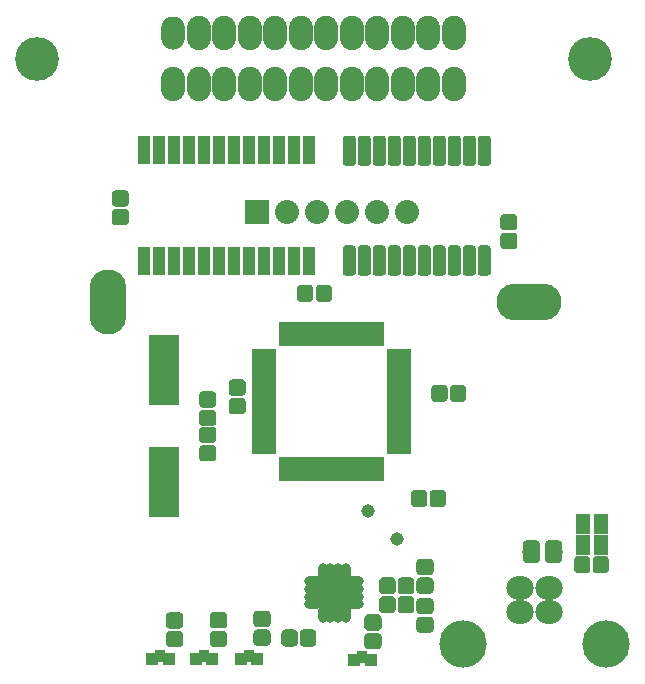
<source format=gts>
G04 #@! TF.GenerationSoftware,KiCad,Pcbnew,(5.1.4)-1*
G04 #@! TF.CreationDate,2020-11-06T15:37:27+01:00*
G04 #@! TF.ProjectId,usb_to_gpib,7573625f-746f-45f6-9770-69622e6b6963,RevB*
G04 #@! TF.SameCoordinates,Original*
G04 #@! TF.FileFunction,Soldermask,Top*
G04 #@! TF.FilePolarity,Negative*
%FSLAX46Y46*%
G04 Gerber Fmt 4.6, Leading zero omitted, Abs format (unit mm)*
G04 Created by KiCad (PCBNEW (5.1.4)-1) date 2020-11-06 15:37:27*
%MOMM*%
%LPD*%
G04 APERTURE LIST*
%ADD10O,5.508000X3.108000*%
%ADD11O,3.108000X5.508000*%
%ADD12O,0.808000X1.508000*%
%ADD13O,1.508000X0.808000*%
%ADD14R,2.508000X2.508000*%
%ADD15C,0.150000*%
%ADD16C,1.108000*%
%ADD17R,2.032000X0.914400*%
%ADD18R,0.914400X2.032000*%
%ADD19C,4.008120*%
%ADD20O,2.308000X2.009140*%
%ADD21C,1.143000*%
%ADD22C,3.708400*%
%ADD23O,2.032000X2.908000*%
%ADD24O,2.032000X2.808000*%
%ADD25C,2.032000*%
%ADD26R,2.032000X2.032000*%
%ADD27R,1.143000X1.651000*%
%ADD28C,1.383000*%
%ADD29R,2.508000X6.008000*%
%ADD30C,1.483000*%
%ADD31R,0.908000X1.008000*%
%ADD32R,1.108000X1.108000*%
%ADD33R,1.066000X2.381999*%
G04 APERTURE END LIST*
D10*
X90000000Y-119500000D03*
D11*
X54400000Y-119500000D03*
D12*
X72525000Y-145900000D03*
X73175000Y-145900000D03*
X73825000Y-145900000D03*
X74475000Y-145900000D03*
D13*
X75300000Y-145075000D03*
X75300000Y-144425000D03*
X75300000Y-143775000D03*
X75300000Y-143125000D03*
D12*
X74475000Y-142300000D03*
X73825000Y-142300000D03*
X73175000Y-142300000D03*
X72525000Y-142300000D03*
D13*
X71700000Y-143125000D03*
X71700000Y-143775000D03*
X71700000Y-144425000D03*
X71700000Y-145075000D03*
D14*
X73500000Y-144100000D03*
D15*
G36*
X86519151Y-105372334D02*
G01*
X86546040Y-105376322D01*
X86572409Y-105382928D01*
X86598003Y-105392085D01*
X86622577Y-105403708D01*
X86645893Y-105417683D01*
X86667727Y-105433876D01*
X86687869Y-105452131D01*
X86706124Y-105472273D01*
X86722317Y-105494107D01*
X86736292Y-105517423D01*
X86747915Y-105541997D01*
X86757072Y-105567591D01*
X86763678Y-105593960D01*
X86767666Y-105620849D01*
X86769000Y-105648000D01*
X86769000Y-107652000D01*
X86767666Y-107679151D01*
X86763678Y-107706040D01*
X86757072Y-107732409D01*
X86747915Y-107758003D01*
X86736292Y-107782577D01*
X86722317Y-107805893D01*
X86706124Y-107827727D01*
X86687869Y-107847869D01*
X86667727Y-107866124D01*
X86645893Y-107882317D01*
X86622577Y-107896292D01*
X86598003Y-107907915D01*
X86572409Y-107917072D01*
X86546040Y-107923678D01*
X86519151Y-107927666D01*
X86492000Y-107929000D01*
X85938000Y-107929000D01*
X85910849Y-107927666D01*
X85883960Y-107923678D01*
X85857591Y-107917072D01*
X85831997Y-107907915D01*
X85807423Y-107896292D01*
X85784107Y-107882317D01*
X85762273Y-107866124D01*
X85742131Y-107847869D01*
X85723876Y-107827727D01*
X85707683Y-107805893D01*
X85693708Y-107782577D01*
X85682085Y-107758003D01*
X85672928Y-107732409D01*
X85666322Y-107706040D01*
X85662334Y-107679151D01*
X85661000Y-107652000D01*
X85661000Y-105648000D01*
X85662334Y-105620849D01*
X85666322Y-105593960D01*
X85672928Y-105567591D01*
X85682085Y-105541997D01*
X85693708Y-105517423D01*
X85707683Y-105494107D01*
X85723876Y-105472273D01*
X85742131Y-105452131D01*
X85762273Y-105433876D01*
X85784107Y-105417683D01*
X85807423Y-105403708D01*
X85831997Y-105392085D01*
X85857591Y-105382928D01*
X85883960Y-105376322D01*
X85910849Y-105372334D01*
X85938000Y-105371000D01*
X86492000Y-105371000D01*
X86519151Y-105372334D01*
X86519151Y-105372334D01*
G37*
D16*
X86215000Y-106650000D03*
D15*
G36*
X85249151Y-105372334D02*
G01*
X85276040Y-105376322D01*
X85302409Y-105382928D01*
X85328003Y-105392085D01*
X85352577Y-105403708D01*
X85375893Y-105417683D01*
X85397727Y-105433876D01*
X85417869Y-105452131D01*
X85436124Y-105472273D01*
X85452317Y-105494107D01*
X85466292Y-105517423D01*
X85477915Y-105541997D01*
X85487072Y-105567591D01*
X85493678Y-105593960D01*
X85497666Y-105620849D01*
X85499000Y-105648000D01*
X85499000Y-107652000D01*
X85497666Y-107679151D01*
X85493678Y-107706040D01*
X85487072Y-107732409D01*
X85477915Y-107758003D01*
X85466292Y-107782577D01*
X85452317Y-107805893D01*
X85436124Y-107827727D01*
X85417869Y-107847869D01*
X85397727Y-107866124D01*
X85375893Y-107882317D01*
X85352577Y-107896292D01*
X85328003Y-107907915D01*
X85302409Y-107917072D01*
X85276040Y-107923678D01*
X85249151Y-107927666D01*
X85222000Y-107929000D01*
X84668000Y-107929000D01*
X84640849Y-107927666D01*
X84613960Y-107923678D01*
X84587591Y-107917072D01*
X84561997Y-107907915D01*
X84537423Y-107896292D01*
X84514107Y-107882317D01*
X84492273Y-107866124D01*
X84472131Y-107847869D01*
X84453876Y-107827727D01*
X84437683Y-107805893D01*
X84423708Y-107782577D01*
X84412085Y-107758003D01*
X84402928Y-107732409D01*
X84396322Y-107706040D01*
X84392334Y-107679151D01*
X84391000Y-107652000D01*
X84391000Y-105648000D01*
X84392334Y-105620849D01*
X84396322Y-105593960D01*
X84402928Y-105567591D01*
X84412085Y-105541997D01*
X84423708Y-105517423D01*
X84437683Y-105494107D01*
X84453876Y-105472273D01*
X84472131Y-105452131D01*
X84492273Y-105433876D01*
X84514107Y-105417683D01*
X84537423Y-105403708D01*
X84561997Y-105392085D01*
X84587591Y-105382928D01*
X84613960Y-105376322D01*
X84640849Y-105372334D01*
X84668000Y-105371000D01*
X85222000Y-105371000D01*
X85249151Y-105372334D01*
X85249151Y-105372334D01*
G37*
D16*
X84945000Y-106650000D03*
D15*
G36*
X83979151Y-105372334D02*
G01*
X84006040Y-105376322D01*
X84032409Y-105382928D01*
X84058003Y-105392085D01*
X84082577Y-105403708D01*
X84105893Y-105417683D01*
X84127727Y-105433876D01*
X84147869Y-105452131D01*
X84166124Y-105472273D01*
X84182317Y-105494107D01*
X84196292Y-105517423D01*
X84207915Y-105541997D01*
X84217072Y-105567591D01*
X84223678Y-105593960D01*
X84227666Y-105620849D01*
X84229000Y-105648000D01*
X84229000Y-107652000D01*
X84227666Y-107679151D01*
X84223678Y-107706040D01*
X84217072Y-107732409D01*
X84207915Y-107758003D01*
X84196292Y-107782577D01*
X84182317Y-107805893D01*
X84166124Y-107827727D01*
X84147869Y-107847869D01*
X84127727Y-107866124D01*
X84105893Y-107882317D01*
X84082577Y-107896292D01*
X84058003Y-107907915D01*
X84032409Y-107917072D01*
X84006040Y-107923678D01*
X83979151Y-107927666D01*
X83952000Y-107929000D01*
X83398000Y-107929000D01*
X83370849Y-107927666D01*
X83343960Y-107923678D01*
X83317591Y-107917072D01*
X83291997Y-107907915D01*
X83267423Y-107896292D01*
X83244107Y-107882317D01*
X83222273Y-107866124D01*
X83202131Y-107847869D01*
X83183876Y-107827727D01*
X83167683Y-107805893D01*
X83153708Y-107782577D01*
X83142085Y-107758003D01*
X83132928Y-107732409D01*
X83126322Y-107706040D01*
X83122334Y-107679151D01*
X83121000Y-107652000D01*
X83121000Y-105648000D01*
X83122334Y-105620849D01*
X83126322Y-105593960D01*
X83132928Y-105567591D01*
X83142085Y-105541997D01*
X83153708Y-105517423D01*
X83167683Y-105494107D01*
X83183876Y-105472273D01*
X83202131Y-105452131D01*
X83222273Y-105433876D01*
X83244107Y-105417683D01*
X83267423Y-105403708D01*
X83291997Y-105392085D01*
X83317591Y-105382928D01*
X83343960Y-105376322D01*
X83370849Y-105372334D01*
X83398000Y-105371000D01*
X83952000Y-105371000D01*
X83979151Y-105372334D01*
X83979151Y-105372334D01*
G37*
D16*
X83675000Y-106650000D03*
D15*
G36*
X82709151Y-105372334D02*
G01*
X82736040Y-105376322D01*
X82762409Y-105382928D01*
X82788003Y-105392085D01*
X82812577Y-105403708D01*
X82835893Y-105417683D01*
X82857727Y-105433876D01*
X82877869Y-105452131D01*
X82896124Y-105472273D01*
X82912317Y-105494107D01*
X82926292Y-105517423D01*
X82937915Y-105541997D01*
X82947072Y-105567591D01*
X82953678Y-105593960D01*
X82957666Y-105620849D01*
X82959000Y-105648000D01*
X82959000Y-107652000D01*
X82957666Y-107679151D01*
X82953678Y-107706040D01*
X82947072Y-107732409D01*
X82937915Y-107758003D01*
X82926292Y-107782577D01*
X82912317Y-107805893D01*
X82896124Y-107827727D01*
X82877869Y-107847869D01*
X82857727Y-107866124D01*
X82835893Y-107882317D01*
X82812577Y-107896292D01*
X82788003Y-107907915D01*
X82762409Y-107917072D01*
X82736040Y-107923678D01*
X82709151Y-107927666D01*
X82682000Y-107929000D01*
X82128000Y-107929000D01*
X82100849Y-107927666D01*
X82073960Y-107923678D01*
X82047591Y-107917072D01*
X82021997Y-107907915D01*
X81997423Y-107896292D01*
X81974107Y-107882317D01*
X81952273Y-107866124D01*
X81932131Y-107847869D01*
X81913876Y-107827727D01*
X81897683Y-107805893D01*
X81883708Y-107782577D01*
X81872085Y-107758003D01*
X81862928Y-107732409D01*
X81856322Y-107706040D01*
X81852334Y-107679151D01*
X81851000Y-107652000D01*
X81851000Y-105648000D01*
X81852334Y-105620849D01*
X81856322Y-105593960D01*
X81862928Y-105567591D01*
X81872085Y-105541997D01*
X81883708Y-105517423D01*
X81897683Y-105494107D01*
X81913876Y-105472273D01*
X81932131Y-105452131D01*
X81952273Y-105433876D01*
X81974107Y-105417683D01*
X81997423Y-105403708D01*
X82021997Y-105392085D01*
X82047591Y-105382928D01*
X82073960Y-105376322D01*
X82100849Y-105372334D01*
X82128000Y-105371000D01*
X82682000Y-105371000D01*
X82709151Y-105372334D01*
X82709151Y-105372334D01*
G37*
D16*
X82405000Y-106650000D03*
D15*
G36*
X81439151Y-105372334D02*
G01*
X81466040Y-105376322D01*
X81492409Y-105382928D01*
X81518003Y-105392085D01*
X81542577Y-105403708D01*
X81565893Y-105417683D01*
X81587727Y-105433876D01*
X81607869Y-105452131D01*
X81626124Y-105472273D01*
X81642317Y-105494107D01*
X81656292Y-105517423D01*
X81667915Y-105541997D01*
X81677072Y-105567591D01*
X81683678Y-105593960D01*
X81687666Y-105620849D01*
X81689000Y-105648000D01*
X81689000Y-107652000D01*
X81687666Y-107679151D01*
X81683678Y-107706040D01*
X81677072Y-107732409D01*
X81667915Y-107758003D01*
X81656292Y-107782577D01*
X81642317Y-107805893D01*
X81626124Y-107827727D01*
X81607869Y-107847869D01*
X81587727Y-107866124D01*
X81565893Y-107882317D01*
X81542577Y-107896292D01*
X81518003Y-107907915D01*
X81492409Y-107917072D01*
X81466040Y-107923678D01*
X81439151Y-107927666D01*
X81412000Y-107929000D01*
X80858000Y-107929000D01*
X80830849Y-107927666D01*
X80803960Y-107923678D01*
X80777591Y-107917072D01*
X80751997Y-107907915D01*
X80727423Y-107896292D01*
X80704107Y-107882317D01*
X80682273Y-107866124D01*
X80662131Y-107847869D01*
X80643876Y-107827727D01*
X80627683Y-107805893D01*
X80613708Y-107782577D01*
X80602085Y-107758003D01*
X80592928Y-107732409D01*
X80586322Y-107706040D01*
X80582334Y-107679151D01*
X80581000Y-107652000D01*
X80581000Y-105648000D01*
X80582334Y-105620849D01*
X80586322Y-105593960D01*
X80592928Y-105567591D01*
X80602085Y-105541997D01*
X80613708Y-105517423D01*
X80627683Y-105494107D01*
X80643876Y-105472273D01*
X80662131Y-105452131D01*
X80682273Y-105433876D01*
X80704107Y-105417683D01*
X80727423Y-105403708D01*
X80751997Y-105392085D01*
X80777591Y-105382928D01*
X80803960Y-105376322D01*
X80830849Y-105372334D01*
X80858000Y-105371000D01*
X81412000Y-105371000D01*
X81439151Y-105372334D01*
X81439151Y-105372334D01*
G37*
D16*
X81135000Y-106650000D03*
D15*
G36*
X80169151Y-105372334D02*
G01*
X80196040Y-105376322D01*
X80222409Y-105382928D01*
X80248003Y-105392085D01*
X80272577Y-105403708D01*
X80295893Y-105417683D01*
X80317727Y-105433876D01*
X80337869Y-105452131D01*
X80356124Y-105472273D01*
X80372317Y-105494107D01*
X80386292Y-105517423D01*
X80397915Y-105541997D01*
X80407072Y-105567591D01*
X80413678Y-105593960D01*
X80417666Y-105620849D01*
X80419000Y-105648000D01*
X80419000Y-107652000D01*
X80417666Y-107679151D01*
X80413678Y-107706040D01*
X80407072Y-107732409D01*
X80397915Y-107758003D01*
X80386292Y-107782577D01*
X80372317Y-107805893D01*
X80356124Y-107827727D01*
X80337869Y-107847869D01*
X80317727Y-107866124D01*
X80295893Y-107882317D01*
X80272577Y-107896292D01*
X80248003Y-107907915D01*
X80222409Y-107917072D01*
X80196040Y-107923678D01*
X80169151Y-107927666D01*
X80142000Y-107929000D01*
X79588000Y-107929000D01*
X79560849Y-107927666D01*
X79533960Y-107923678D01*
X79507591Y-107917072D01*
X79481997Y-107907915D01*
X79457423Y-107896292D01*
X79434107Y-107882317D01*
X79412273Y-107866124D01*
X79392131Y-107847869D01*
X79373876Y-107827727D01*
X79357683Y-107805893D01*
X79343708Y-107782577D01*
X79332085Y-107758003D01*
X79322928Y-107732409D01*
X79316322Y-107706040D01*
X79312334Y-107679151D01*
X79311000Y-107652000D01*
X79311000Y-105648000D01*
X79312334Y-105620849D01*
X79316322Y-105593960D01*
X79322928Y-105567591D01*
X79332085Y-105541997D01*
X79343708Y-105517423D01*
X79357683Y-105494107D01*
X79373876Y-105472273D01*
X79392131Y-105452131D01*
X79412273Y-105433876D01*
X79434107Y-105417683D01*
X79457423Y-105403708D01*
X79481997Y-105392085D01*
X79507591Y-105382928D01*
X79533960Y-105376322D01*
X79560849Y-105372334D01*
X79588000Y-105371000D01*
X80142000Y-105371000D01*
X80169151Y-105372334D01*
X80169151Y-105372334D01*
G37*
D16*
X79865000Y-106650000D03*
D15*
G36*
X78899151Y-105372334D02*
G01*
X78926040Y-105376322D01*
X78952409Y-105382928D01*
X78978003Y-105392085D01*
X79002577Y-105403708D01*
X79025893Y-105417683D01*
X79047727Y-105433876D01*
X79067869Y-105452131D01*
X79086124Y-105472273D01*
X79102317Y-105494107D01*
X79116292Y-105517423D01*
X79127915Y-105541997D01*
X79137072Y-105567591D01*
X79143678Y-105593960D01*
X79147666Y-105620849D01*
X79149000Y-105648000D01*
X79149000Y-107652000D01*
X79147666Y-107679151D01*
X79143678Y-107706040D01*
X79137072Y-107732409D01*
X79127915Y-107758003D01*
X79116292Y-107782577D01*
X79102317Y-107805893D01*
X79086124Y-107827727D01*
X79067869Y-107847869D01*
X79047727Y-107866124D01*
X79025893Y-107882317D01*
X79002577Y-107896292D01*
X78978003Y-107907915D01*
X78952409Y-107917072D01*
X78926040Y-107923678D01*
X78899151Y-107927666D01*
X78872000Y-107929000D01*
X78318000Y-107929000D01*
X78290849Y-107927666D01*
X78263960Y-107923678D01*
X78237591Y-107917072D01*
X78211997Y-107907915D01*
X78187423Y-107896292D01*
X78164107Y-107882317D01*
X78142273Y-107866124D01*
X78122131Y-107847869D01*
X78103876Y-107827727D01*
X78087683Y-107805893D01*
X78073708Y-107782577D01*
X78062085Y-107758003D01*
X78052928Y-107732409D01*
X78046322Y-107706040D01*
X78042334Y-107679151D01*
X78041000Y-107652000D01*
X78041000Y-105648000D01*
X78042334Y-105620849D01*
X78046322Y-105593960D01*
X78052928Y-105567591D01*
X78062085Y-105541997D01*
X78073708Y-105517423D01*
X78087683Y-105494107D01*
X78103876Y-105472273D01*
X78122131Y-105452131D01*
X78142273Y-105433876D01*
X78164107Y-105417683D01*
X78187423Y-105403708D01*
X78211997Y-105392085D01*
X78237591Y-105382928D01*
X78263960Y-105376322D01*
X78290849Y-105372334D01*
X78318000Y-105371000D01*
X78872000Y-105371000D01*
X78899151Y-105372334D01*
X78899151Y-105372334D01*
G37*
D16*
X78595000Y-106650000D03*
D15*
G36*
X77629151Y-105372334D02*
G01*
X77656040Y-105376322D01*
X77682409Y-105382928D01*
X77708003Y-105392085D01*
X77732577Y-105403708D01*
X77755893Y-105417683D01*
X77777727Y-105433876D01*
X77797869Y-105452131D01*
X77816124Y-105472273D01*
X77832317Y-105494107D01*
X77846292Y-105517423D01*
X77857915Y-105541997D01*
X77867072Y-105567591D01*
X77873678Y-105593960D01*
X77877666Y-105620849D01*
X77879000Y-105648000D01*
X77879000Y-107652000D01*
X77877666Y-107679151D01*
X77873678Y-107706040D01*
X77867072Y-107732409D01*
X77857915Y-107758003D01*
X77846292Y-107782577D01*
X77832317Y-107805893D01*
X77816124Y-107827727D01*
X77797869Y-107847869D01*
X77777727Y-107866124D01*
X77755893Y-107882317D01*
X77732577Y-107896292D01*
X77708003Y-107907915D01*
X77682409Y-107917072D01*
X77656040Y-107923678D01*
X77629151Y-107927666D01*
X77602000Y-107929000D01*
X77048000Y-107929000D01*
X77020849Y-107927666D01*
X76993960Y-107923678D01*
X76967591Y-107917072D01*
X76941997Y-107907915D01*
X76917423Y-107896292D01*
X76894107Y-107882317D01*
X76872273Y-107866124D01*
X76852131Y-107847869D01*
X76833876Y-107827727D01*
X76817683Y-107805893D01*
X76803708Y-107782577D01*
X76792085Y-107758003D01*
X76782928Y-107732409D01*
X76776322Y-107706040D01*
X76772334Y-107679151D01*
X76771000Y-107652000D01*
X76771000Y-105648000D01*
X76772334Y-105620849D01*
X76776322Y-105593960D01*
X76782928Y-105567591D01*
X76792085Y-105541997D01*
X76803708Y-105517423D01*
X76817683Y-105494107D01*
X76833876Y-105472273D01*
X76852131Y-105452131D01*
X76872273Y-105433876D01*
X76894107Y-105417683D01*
X76917423Y-105403708D01*
X76941997Y-105392085D01*
X76967591Y-105382928D01*
X76993960Y-105376322D01*
X77020849Y-105372334D01*
X77048000Y-105371000D01*
X77602000Y-105371000D01*
X77629151Y-105372334D01*
X77629151Y-105372334D01*
G37*
D16*
X77325000Y-106650000D03*
D15*
G36*
X76359151Y-105372334D02*
G01*
X76386040Y-105376322D01*
X76412409Y-105382928D01*
X76438003Y-105392085D01*
X76462577Y-105403708D01*
X76485893Y-105417683D01*
X76507727Y-105433876D01*
X76527869Y-105452131D01*
X76546124Y-105472273D01*
X76562317Y-105494107D01*
X76576292Y-105517423D01*
X76587915Y-105541997D01*
X76597072Y-105567591D01*
X76603678Y-105593960D01*
X76607666Y-105620849D01*
X76609000Y-105648000D01*
X76609000Y-107652000D01*
X76607666Y-107679151D01*
X76603678Y-107706040D01*
X76597072Y-107732409D01*
X76587915Y-107758003D01*
X76576292Y-107782577D01*
X76562317Y-107805893D01*
X76546124Y-107827727D01*
X76527869Y-107847869D01*
X76507727Y-107866124D01*
X76485893Y-107882317D01*
X76462577Y-107896292D01*
X76438003Y-107907915D01*
X76412409Y-107917072D01*
X76386040Y-107923678D01*
X76359151Y-107927666D01*
X76332000Y-107929000D01*
X75778000Y-107929000D01*
X75750849Y-107927666D01*
X75723960Y-107923678D01*
X75697591Y-107917072D01*
X75671997Y-107907915D01*
X75647423Y-107896292D01*
X75624107Y-107882317D01*
X75602273Y-107866124D01*
X75582131Y-107847869D01*
X75563876Y-107827727D01*
X75547683Y-107805893D01*
X75533708Y-107782577D01*
X75522085Y-107758003D01*
X75512928Y-107732409D01*
X75506322Y-107706040D01*
X75502334Y-107679151D01*
X75501000Y-107652000D01*
X75501000Y-105648000D01*
X75502334Y-105620849D01*
X75506322Y-105593960D01*
X75512928Y-105567591D01*
X75522085Y-105541997D01*
X75533708Y-105517423D01*
X75547683Y-105494107D01*
X75563876Y-105472273D01*
X75582131Y-105452131D01*
X75602273Y-105433876D01*
X75624107Y-105417683D01*
X75647423Y-105403708D01*
X75671997Y-105392085D01*
X75697591Y-105382928D01*
X75723960Y-105376322D01*
X75750849Y-105372334D01*
X75778000Y-105371000D01*
X76332000Y-105371000D01*
X76359151Y-105372334D01*
X76359151Y-105372334D01*
G37*
D16*
X76055000Y-106650000D03*
D15*
G36*
X75089151Y-105372334D02*
G01*
X75116040Y-105376322D01*
X75142409Y-105382928D01*
X75168003Y-105392085D01*
X75192577Y-105403708D01*
X75215893Y-105417683D01*
X75237727Y-105433876D01*
X75257869Y-105452131D01*
X75276124Y-105472273D01*
X75292317Y-105494107D01*
X75306292Y-105517423D01*
X75317915Y-105541997D01*
X75327072Y-105567591D01*
X75333678Y-105593960D01*
X75337666Y-105620849D01*
X75339000Y-105648000D01*
X75339000Y-107652000D01*
X75337666Y-107679151D01*
X75333678Y-107706040D01*
X75327072Y-107732409D01*
X75317915Y-107758003D01*
X75306292Y-107782577D01*
X75292317Y-107805893D01*
X75276124Y-107827727D01*
X75257869Y-107847869D01*
X75237727Y-107866124D01*
X75215893Y-107882317D01*
X75192577Y-107896292D01*
X75168003Y-107907915D01*
X75142409Y-107917072D01*
X75116040Y-107923678D01*
X75089151Y-107927666D01*
X75062000Y-107929000D01*
X74508000Y-107929000D01*
X74480849Y-107927666D01*
X74453960Y-107923678D01*
X74427591Y-107917072D01*
X74401997Y-107907915D01*
X74377423Y-107896292D01*
X74354107Y-107882317D01*
X74332273Y-107866124D01*
X74312131Y-107847869D01*
X74293876Y-107827727D01*
X74277683Y-107805893D01*
X74263708Y-107782577D01*
X74252085Y-107758003D01*
X74242928Y-107732409D01*
X74236322Y-107706040D01*
X74232334Y-107679151D01*
X74231000Y-107652000D01*
X74231000Y-105648000D01*
X74232334Y-105620849D01*
X74236322Y-105593960D01*
X74242928Y-105567591D01*
X74252085Y-105541997D01*
X74263708Y-105517423D01*
X74277683Y-105494107D01*
X74293876Y-105472273D01*
X74312131Y-105452131D01*
X74332273Y-105433876D01*
X74354107Y-105417683D01*
X74377423Y-105403708D01*
X74401997Y-105392085D01*
X74427591Y-105382928D01*
X74453960Y-105376322D01*
X74480849Y-105372334D01*
X74508000Y-105371000D01*
X75062000Y-105371000D01*
X75089151Y-105372334D01*
X75089151Y-105372334D01*
G37*
D16*
X74785000Y-106650000D03*
D15*
G36*
X75089151Y-114672334D02*
G01*
X75116040Y-114676322D01*
X75142409Y-114682928D01*
X75168003Y-114692085D01*
X75192577Y-114703708D01*
X75215893Y-114717683D01*
X75237727Y-114733876D01*
X75257869Y-114752131D01*
X75276124Y-114772273D01*
X75292317Y-114794107D01*
X75306292Y-114817423D01*
X75317915Y-114841997D01*
X75327072Y-114867591D01*
X75333678Y-114893960D01*
X75337666Y-114920849D01*
X75339000Y-114948000D01*
X75339000Y-116952000D01*
X75337666Y-116979151D01*
X75333678Y-117006040D01*
X75327072Y-117032409D01*
X75317915Y-117058003D01*
X75306292Y-117082577D01*
X75292317Y-117105893D01*
X75276124Y-117127727D01*
X75257869Y-117147869D01*
X75237727Y-117166124D01*
X75215893Y-117182317D01*
X75192577Y-117196292D01*
X75168003Y-117207915D01*
X75142409Y-117217072D01*
X75116040Y-117223678D01*
X75089151Y-117227666D01*
X75062000Y-117229000D01*
X74508000Y-117229000D01*
X74480849Y-117227666D01*
X74453960Y-117223678D01*
X74427591Y-117217072D01*
X74401997Y-117207915D01*
X74377423Y-117196292D01*
X74354107Y-117182317D01*
X74332273Y-117166124D01*
X74312131Y-117147869D01*
X74293876Y-117127727D01*
X74277683Y-117105893D01*
X74263708Y-117082577D01*
X74252085Y-117058003D01*
X74242928Y-117032409D01*
X74236322Y-117006040D01*
X74232334Y-116979151D01*
X74231000Y-116952000D01*
X74231000Y-114948000D01*
X74232334Y-114920849D01*
X74236322Y-114893960D01*
X74242928Y-114867591D01*
X74252085Y-114841997D01*
X74263708Y-114817423D01*
X74277683Y-114794107D01*
X74293876Y-114772273D01*
X74312131Y-114752131D01*
X74332273Y-114733876D01*
X74354107Y-114717683D01*
X74377423Y-114703708D01*
X74401997Y-114692085D01*
X74427591Y-114682928D01*
X74453960Y-114676322D01*
X74480849Y-114672334D01*
X74508000Y-114671000D01*
X75062000Y-114671000D01*
X75089151Y-114672334D01*
X75089151Y-114672334D01*
G37*
D16*
X74785000Y-115950000D03*
D15*
G36*
X76359151Y-114672334D02*
G01*
X76386040Y-114676322D01*
X76412409Y-114682928D01*
X76438003Y-114692085D01*
X76462577Y-114703708D01*
X76485893Y-114717683D01*
X76507727Y-114733876D01*
X76527869Y-114752131D01*
X76546124Y-114772273D01*
X76562317Y-114794107D01*
X76576292Y-114817423D01*
X76587915Y-114841997D01*
X76597072Y-114867591D01*
X76603678Y-114893960D01*
X76607666Y-114920849D01*
X76609000Y-114948000D01*
X76609000Y-116952000D01*
X76607666Y-116979151D01*
X76603678Y-117006040D01*
X76597072Y-117032409D01*
X76587915Y-117058003D01*
X76576292Y-117082577D01*
X76562317Y-117105893D01*
X76546124Y-117127727D01*
X76527869Y-117147869D01*
X76507727Y-117166124D01*
X76485893Y-117182317D01*
X76462577Y-117196292D01*
X76438003Y-117207915D01*
X76412409Y-117217072D01*
X76386040Y-117223678D01*
X76359151Y-117227666D01*
X76332000Y-117229000D01*
X75778000Y-117229000D01*
X75750849Y-117227666D01*
X75723960Y-117223678D01*
X75697591Y-117217072D01*
X75671997Y-117207915D01*
X75647423Y-117196292D01*
X75624107Y-117182317D01*
X75602273Y-117166124D01*
X75582131Y-117147869D01*
X75563876Y-117127727D01*
X75547683Y-117105893D01*
X75533708Y-117082577D01*
X75522085Y-117058003D01*
X75512928Y-117032409D01*
X75506322Y-117006040D01*
X75502334Y-116979151D01*
X75501000Y-116952000D01*
X75501000Y-114948000D01*
X75502334Y-114920849D01*
X75506322Y-114893960D01*
X75512928Y-114867591D01*
X75522085Y-114841997D01*
X75533708Y-114817423D01*
X75547683Y-114794107D01*
X75563876Y-114772273D01*
X75582131Y-114752131D01*
X75602273Y-114733876D01*
X75624107Y-114717683D01*
X75647423Y-114703708D01*
X75671997Y-114692085D01*
X75697591Y-114682928D01*
X75723960Y-114676322D01*
X75750849Y-114672334D01*
X75778000Y-114671000D01*
X76332000Y-114671000D01*
X76359151Y-114672334D01*
X76359151Y-114672334D01*
G37*
D16*
X76055000Y-115950000D03*
D15*
G36*
X77629151Y-114672334D02*
G01*
X77656040Y-114676322D01*
X77682409Y-114682928D01*
X77708003Y-114692085D01*
X77732577Y-114703708D01*
X77755893Y-114717683D01*
X77777727Y-114733876D01*
X77797869Y-114752131D01*
X77816124Y-114772273D01*
X77832317Y-114794107D01*
X77846292Y-114817423D01*
X77857915Y-114841997D01*
X77867072Y-114867591D01*
X77873678Y-114893960D01*
X77877666Y-114920849D01*
X77879000Y-114948000D01*
X77879000Y-116952000D01*
X77877666Y-116979151D01*
X77873678Y-117006040D01*
X77867072Y-117032409D01*
X77857915Y-117058003D01*
X77846292Y-117082577D01*
X77832317Y-117105893D01*
X77816124Y-117127727D01*
X77797869Y-117147869D01*
X77777727Y-117166124D01*
X77755893Y-117182317D01*
X77732577Y-117196292D01*
X77708003Y-117207915D01*
X77682409Y-117217072D01*
X77656040Y-117223678D01*
X77629151Y-117227666D01*
X77602000Y-117229000D01*
X77048000Y-117229000D01*
X77020849Y-117227666D01*
X76993960Y-117223678D01*
X76967591Y-117217072D01*
X76941997Y-117207915D01*
X76917423Y-117196292D01*
X76894107Y-117182317D01*
X76872273Y-117166124D01*
X76852131Y-117147869D01*
X76833876Y-117127727D01*
X76817683Y-117105893D01*
X76803708Y-117082577D01*
X76792085Y-117058003D01*
X76782928Y-117032409D01*
X76776322Y-117006040D01*
X76772334Y-116979151D01*
X76771000Y-116952000D01*
X76771000Y-114948000D01*
X76772334Y-114920849D01*
X76776322Y-114893960D01*
X76782928Y-114867591D01*
X76792085Y-114841997D01*
X76803708Y-114817423D01*
X76817683Y-114794107D01*
X76833876Y-114772273D01*
X76852131Y-114752131D01*
X76872273Y-114733876D01*
X76894107Y-114717683D01*
X76917423Y-114703708D01*
X76941997Y-114692085D01*
X76967591Y-114682928D01*
X76993960Y-114676322D01*
X77020849Y-114672334D01*
X77048000Y-114671000D01*
X77602000Y-114671000D01*
X77629151Y-114672334D01*
X77629151Y-114672334D01*
G37*
D16*
X77325000Y-115950000D03*
D15*
G36*
X78899151Y-114672334D02*
G01*
X78926040Y-114676322D01*
X78952409Y-114682928D01*
X78978003Y-114692085D01*
X79002577Y-114703708D01*
X79025893Y-114717683D01*
X79047727Y-114733876D01*
X79067869Y-114752131D01*
X79086124Y-114772273D01*
X79102317Y-114794107D01*
X79116292Y-114817423D01*
X79127915Y-114841997D01*
X79137072Y-114867591D01*
X79143678Y-114893960D01*
X79147666Y-114920849D01*
X79149000Y-114948000D01*
X79149000Y-116952000D01*
X79147666Y-116979151D01*
X79143678Y-117006040D01*
X79137072Y-117032409D01*
X79127915Y-117058003D01*
X79116292Y-117082577D01*
X79102317Y-117105893D01*
X79086124Y-117127727D01*
X79067869Y-117147869D01*
X79047727Y-117166124D01*
X79025893Y-117182317D01*
X79002577Y-117196292D01*
X78978003Y-117207915D01*
X78952409Y-117217072D01*
X78926040Y-117223678D01*
X78899151Y-117227666D01*
X78872000Y-117229000D01*
X78318000Y-117229000D01*
X78290849Y-117227666D01*
X78263960Y-117223678D01*
X78237591Y-117217072D01*
X78211997Y-117207915D01*
X78187423Y-117196292D01*
X78164107Y-117182317D01*
X78142273Y-117166124D01*
X78122131Y-117147869D01*
X78103876Y-117127727D01*
X78087683Y-117105893D01*
X78073708Y-117082577D01*
X78062085Y-117058003D01*
X78052928Y-117032409D01*
X78046322Y-117006040D01*
X78042334Y-116979151D01*
X78041000Y-116952000D01*
X78041000Y-114948000D01*
X78042334Y-114920849D01*
X78046322Y-114893960D01*
X78052928Y-114867591D01*
X78062085Y-114841997D01*
X78073708Y-114817423D01*
X78087683Y-114794107D01*
X78103876Y-114772273D01*
X78122131Y-114752131D01*
X78142273Y-114733876D01*
X78164107Y-114717683D01*
X78187423Y-114703708D01*
X78211997Y-114692085D01*
X78237591Y-114682928D01*
X78263960Y-114676322D01*
X78290849Y-114672334D01*
X78318000Y-114671000D01*
X78872000Y-114671000D01*
X78899151Y-114672334D01*
X78899151Y-114672334D01*
G37*
D16*
X78595000Y-115950000D03*
D15*
G36*
X80169151Y-114672334D02*
G01*
X80196040Y-114676322D01*
X80222409Y-114682928D01*
X80248003Y-114692085D01*
X80272577Y-114703708D01*
X80295893Y-114717683D01*
X80317727Y-114733876D01*
X80337869Y-114752131D01*
X80356124Y-114772273D01*
X80372317Y-114794107D01*
X80386292Y-114817423D01*
X80397915Y-114841997D01*
X80407072Y-114867591D01*
X80413678Y-114893960D01*
X80417666Y-114920849D01*
X80419000Y-114948000D01*
X80419000Y-116952000D01*
X80417666Y-116979151D01*
X80413678Y-117006040D01*
X80407072Y-117032409D01*
X80397915Y-117058003D01*
X80386292Y-117082577D01*
X80372317Y-117105893D01*
X80356124Y-117127727D01*
X80337869Y-117147869D01*
X80317727Y-117166124D01*
X80295893Y-117182317D01*
X80272577Y-117196292D01*
X80248003Y-117207915D01*
X80222409Y-117217072D01*
X80196040Y-117223678D01*
X80169151Y-117227666D01*
X80142000Y-117229000D01*
X79588000Y-117229000D01*
X79560849Y-117227666D01*
X79533960Y-117223678D01*
X79507591Y-117217072D01*
X79481997Y-117207915D01*
X79457423Y-117196292D01*
X79434107Y-117182317D01*
X79412273Y-117166124D01*
X79392131Y-117147869D01*
X79373876Y-117127727D01*
X79357683Y-117105893D01*
X79343708Y-117082577D01*
X79332085Y-117058003D01*
X79322928Y-117032409D01*
X79316322Y-117006040D01*
X79312334Y-116979151D01*
X79311000Y-116952000D01*
X79311000Y-114948000D01*
X79312334Y-114920849D01*
X79316322Y-114893960D01*
X79322928Y-114867591D01*
X79332085Y-114841997D01*
X79343708Y-114817423D01*
X79357683Y-114794107D01*
X79373876Y-114772273D01*
X79392131Y-114752131D01*
X79412273Y-114733876D01*
X79434107Y-114717683D01*
X79457423Y-114703708D01*
X79481997Y-114692085D01*
X79507591Y-114682928D01*
X79533960Y-114676322D01*
X79560849Y-114672334D01*
X79588000Y-114671000D01*
X80142000Y-114671000D01*
X80169151Y-114672334D01*
X80169151Y-114672334D01*
G37*
D16*
X79865000Y-115950000D03*
D15*
G36*
X81439151Y-114672334D02*
G01*
X81466040Y-114676322D01*
X81492409Y-114682928D01*
X81518003Y-114692085D01*
X81542577Y-114703708D01*
X81565893Y-114717683D01*
X81587727Y-114733876D01*
X81607869Y-114752131D01*
X81626124Y-114772273D01*
X81642317Y-114794107D01*
X81656292Y-114817423D01*
X81667915Y-114841997D01*
X81677072Y-114867591D01*
X81683678Y-114893960D01*
X81687666Y-114920849D01*
X81689000Y-114948000D01*
X81689000Y-116952000D01*
X81687666Y-116979151D01*
X81683678Y-117006040D01*
X81677072Y-117032409D01*
X81667915Y-117058003D01*
X81656292Y-117082577D01*
X81642317Y-117105893D01*
X81626124Y-117127727D01*
X81607869Y-117147869D01*
X81587727Y-117166124D01*
X81565893Y-117182317D01*
X81542577Y-117196292D01*
X81518003Y-117207915D01*
X81492409Y-117217072D01*
X81466040Y-117223678D01*
X81439151Y-117227666D01*
X81412000Y-117229000D01*
X80858000Y-117229000D01*
X80830849Y-117227666D01*
X80803960Y-117223678D01*
X80777591Y-117217072D01*
X80751997Y-117207915D01*
X80727423Y-117196292D01*
X80704107Y-117182317D01*
X80682273Y-117166124D01*
X80662131Y-117147869D01*
X80643876Y-117127727D01*
X80627683Y-117105893D01*
X80613708Y-117082577D01*
X80602085Y-117058003D01*
X80592928Y-117032409D01*
X80586322Y-117006040D01*
X80582334Y-116979151D01*
X80581000Y-116952000D01*
X80581000Y-114948000D01*
X80582334Y-114920849D01*
X80586322Y-114893960D01*
X80592928Y-114867591D01*
X80602085Y-114841997D01*
X80613708Y-114817423D01*
X80627683Y-114794107D01*
X80643876Y-114772273D01*
X80662131Y-114752131D01*
X80682273Y-114733876D01*
X80704107Y-114717683D01*
X80727423Y-114703708D01*
X80751997Y-114692085D01*
X80777591Y-114682928D01*
X80803960Y-114676322D01*
X80830849Y-114672334D01*
X80858000Y-114671000D01*
X81412000Y-114671000D01*
X81439151Y-114672334D01*
X81439151Y-114672334D01*
G37*
D16*
X81135000Y-115950000D03*
D15*
G36*
X82709151Y-114672334D02*
G01*
X82736040Y-114676322D01*
X82762409Y-114682928D01*
X82788003Y-114692085D01*
X82812577Y-114703708D01*
X82835893Y-114717683D01*
X82857727Y-114733876D01*
X82877869Y-114752131D01*
X82896124Y-114772273D01*
X82912317Y-114794107D01*
X82926292Y-114817423D01*
X82937915Y-114841997D01*
X82947072Y-114867591D01*
X82953678Y-114893960D01*
X82957666Y-114920849D01*
X82959000Y-114948000D01*
X82959000Y-116952000D01*
X82957666Y-116979151D01*
X82953678Y-117006040D01*
X82947072Y-117032409D01*
X82937915Y-117058003D01*
X82926292Y-117082577D01*
X82912317Y-117105893D01*
X82896124Y-117127727D01*
X82877869Y-117147869D01*
X82857727Y-117166124D01*
X82835893Y-117182317D01*
X82812577Y-117196292D01*
X82788003Y-117207915D01*
X82762409Y-117217072D01*
X82736040Y-117223678D01*
X82709151Y-117227666D01*
X82682000Y-117229000D01*
X82128000Y-117229000D01*
X82100849Y-117227666D01*
X82073960Y-117223678D01*
X82047591Y-117217072D01*
X82021997Y-117207915D01*
X81997423Y-117196292D01*
X81974107Y-117182317D01*
X81952273Y-117166124D01*
X81932131Y-117147869D01*
X81913876Y-117127727D01*
X81897683Y-117105893D01*
X81883708Y-117082577D01*
X81872085Y-117058003D01*
X81862928Y-117032409D01*
X81856322Y-117006040D01*
X81852334Y-116979151D01*
X81851000Y-116952000D01*
X81851000Y-114948000D01*
X81852334Y-114920849D01*
X81856322Y-114893960D01*
X81862928Y-114867591D01*
X81872085Y-114841997D01*
X81883708Y-114817423D01*
X81897683Y-114794107D01*
X81913876Y-114772273D01*
X81932131Y-114752131D01*
X81952273Y-114733876D01*
X81974107Y-114717683D01*
X81997423Y-114703708D01*
X82021997Y-114692085D01*
X82047591Y-114682928D01*
X82073960Y-114676322D01*
X82100849Y-114672334D01*
X82128000Y-114671000D01*
X82682000Y-114671000D01*
X82709151Y-114672334D01*
X82709151Y-114672334D01*
G37*
D16*
X82405000Y-115950000D03*
D15*
G36*
X83979151Y-114672334D02*
G01*
X84006040Y-114676322D01*
X84032409Y-114682928D01*
X84058003Y-114692085D01*
X84082577Y-114703708D01*
X84105893Y-114717683D01*
X84127727Y-114733876D01*
X84147869Y-114752131D01*
X84166124Y-114772273D01*
X84182317Y-114794107D01*
X84196292Y-114817423D01*
X84207915Y-114841997D01*
X84217072Y-114867591D01*
X84223678Y-114893960D01*
X84227666Y-114920849D01*
X84229000Y-114948000D01*
X84229000Y-116952000D01*
X84227666Y-116979151D01*
X84223678Y-117006040D01*
X84217072Y-117032409D01*
X84207915Y-117058003D01*
X84196292Y-117082577D01*
X84182317Y-117105893D01*
X84166124Y-117127727D01*
X84147869Y-117147869D01*
X84127727Y-117166124D01*
X84105893Y-117182317D01*
X84082577Y-117196292D01*
X84058003Y-117207915D01*
X84032409Y-117217072D01*
X84006040Y-117223678D01*
X83979151Y-117227666D01*
X83952000Y-117229000D01*
X83398000Y-117229000D01*
X83370849Y-117227666D01*
X83343960Y-117223678D01*
X83317591Y-117217072D01*
X83291997Y-117207915D01*
X83267423Y-117196292D01*
X83244107Y-117182317D01*
X83222273Y-117166124D01*
X83202131Y-117147869D01*
X83183876Y-117127727D01*
X83167683Y-117105893D01*
X83153708Y-117082577D01*
X83142085Y-117058003D01*
X83132928Y-117032409D01*
X83126322Y-117006040D01*
X83122334Y-116979151D01*
X83121000Y-116952000D01*
X83121000Y-114948000D01*
X83122334Y-114920849D01*
X83126322Y-114893960D01*
X83132928Y-114867591D01*
X83142085Y-114841997D01*
X83153708Y-114817423D01*
X83167683Y-114794107D01*
X83183876Y-114772273D01*
X83202131Y-114752131D01*
X83222273Y-114733876D01*
X83244107Y-114717683D01*
X83267423Y-114703708D01*
X83291997Y-114692085D01*
X83317591Y-114682928D01*
X83343960Y-114676322D01*
X83370849Y-114672334D01*
X83398000Y-114671000D01*
X83952000Y-114671000D01*
X83979151Y-114672334D01*
X83979151Y-114672334D01*
G37*
D16*
X83675000Y-115950000D03*
D15*
G36*
X85249151Y-114672334D02*
G01*
X85276040Y-114676322D01*
X85302409Y-114682928D01*
X85328003Y-114692085D01*
X85352577Y-114703708D01*
X85375893Y-114717683D01*
X85397727Y-114733876D01*
X85417869Y-114752131D01*
X85436124Y-114772273D01*
X85452317Y-114794107D01*
X85466292Y-114817423D01*
X85477915Y-114841997D01*
X85487072Y-114867591D01*
X85493678Y-114893960D01*
X85497666Y-114920849D01*
X85499000Y-114948000D01*
X85499000Y-116952000D01*
X85497666Y-116979151D01*
X85493678Y-117006040D01*
X85487072Y-117032409D01*
X85477915Y-117058003D01*
X85466292Y-117082577D01*
X85452317Y-117105893D01*
X85436124Y-117127727D01*
X85417869Y-117147869D01*
X85397727Y-117166124D01*
X85375893Y-117182317D01*
X85352577Y-117196292D01*
X85328003Y-117207915D01*
X85302409Y-117217072D01*
X85276040Y-117223678D01*
X85249151Y-117227666D01*
X85222000Y-117229000D01*
X84668000Y-117229000D01*
X84640849Y-117227666D01*
X84613960Y-117223678D01*
X84587591Y-117217072D01*
X84561997Y-117207915D01*
X84537423Y-117196292D01*
X84514107Y-117182317D01*
X84492273Y-117166124D01*
X84472131Y-117147869D01*
X84453876Y-117127727D01*
X84437683Y-117105893D01*
X84423708Y-117082577D01*
X84412085Y-117058003D01*
X84402928Y-117032409D01*
X84396322Y-117006040D01*
X84392334Y-116979151D01*
X84391000Y-116952000D01*
X84391000Y-114948000D01*
X84392334Y-114920849D01*
X84396322Y-114893960D01*
X84402928Y-114867591D01*
X84412085Y-114841997D01*
X84423708Y-114817423D01*
X84437683Y-114794107D01*
X84453876Y-114772273D01*
X84472131Y-114752131D01*
X84492273Y-114733876D01*
X84514107Y-114717683D01*
X84537423Y-114703708D01*
X84561997Y-114692085D01*
X84587591Y-114682928D01*
X84613960Y-114676322D01*
X84640849Y-114672334D01*
X84668000Y-114671000D01*
X85222000Y-114671000D01*
X85249151Y-114672334D01*
X85249151Y-114672334D01*
G37*
D16*
X84945000Y-115950000D03*
D15*
G36*
X86519151Y-114672334D02*
G01*
X86546040Y-114676322D01*
X86572409Y-114682928D01*
X86598003Y-114692085D01*
X86622577Y-114703708D01*
X86645893Y-114717683D01*
X86667727Y-114733876D01*
X86687869Y-114752131D01*
X86706124Y-114772273D01*
X86722317Y-114794107D01*
X86736292Y-114817423D01*
X86747915Y-114841997D01*
X86757072Y-114867591D01*
X86763678Y-114893960D01*
X86767666Y-114920849D01*
X86769000Y-114948000D01*
X86769000Y-116952000D01*
X86767666Y-116979151D01*
X86763678Y-117006040D01*
X86757072Y-117032409D01*
X86747915Y-117058003D01*
X86736292Y-117082577D01*
X86722317Y-117105893D01*
X86706124Y-117127727D01*
X86687869Y-117147869D01*
X86667727Y-117166124D01*
X86645893Y-117182317D01*
X86622577Y-117196292D01*
X86598003Y-117207915D01*
X86572409Y-117217072D01*
X86546040Y-117223678D01*
X86519151Y-117227666D01*
X86492000Y-117229000D01*
X85938000Y-117229000D01*
X85910849Y-117227666D01*
X85883960Y-117223678D01*
X85857591Y-117217072D01*
X85831997Y-117207915D01*
X85807423Y-117196292D01*
X85784107Y-117182317D01*
X85762273Y-117166124D01*
X85742131Y-117147869D01*
X85723876Y-117127727D01*
X85707683Y-117105893D01*
X85693708Y-117082577D01*
X85682085Y-117058003D01*
X85672928Y-117032409D01*
X85666322Y-117006040D01*
X85662334Y-116979151D01*
X85661000Y-116952000D01*
X85661000Y-114948000D01*
X85662334Y-114920849D01*
X85666322Y-114893960D01*
X85672928Y-114867591D01*
X85682085Y-114841997D01*
X85693708Y-114817423D01*
X85707683Y-114794107D01*
X85723876Y-114772273D01*
X85742131Y-114752131D01*
X85762273Y-114733876D01*
X85784107Y-114717683D01*
X85807423Y-114703708D01*
X85831997Y-114692085D01*
X85857591Y-114682928D01*
X85883960Y-114676322D01*
X85910849Y-114672334D01*
X85938000Y-114671000D01*
X86492000Y-114671000D01*
X86519151Y-114672334D01*
X86519151Y-114672334D01*
G37*
D16*
X86215000Y-115950000D03*
D17*
X79015000Y-131900500D03*
X67585000Y-131900500D03*
X67585000Y-131100400D03*
X79015000Y-131100400D03*
X79015000Y-130300300D03*
X67585000Y-130300300D03*
X67585000Y-129500200D03*
X79015000Y-129500200D03*
X79015000Y-128700100D03*
X67585000Y-128700100D03*
X67585000Y-123899500D03*
X79015000Y-123899500D03*
X79015000Y-124699600D03*
X67585000Y-124699600D03*
X67585000Y-125499700D03*
X79015000Y-125499700D03*
X79015000Y-126299800D03*
X67585000Y-126299800D03*
X67585000Y-127099900D03*
X79015000Y-127099900D03*
X67585000Y-127900000D03*
X79015000Y-127900000D03*
D18*
X69299500Y-122185000D03*
X70099600Y-122185000D03*
X70899700Y-122185000D03*
X71699800Y-122185000D03*
X72499900Y-122185000D03*
X77300500Y-122185000D03*
X76500400Y-122185000D03*
X75700300Y-122185000D03*
X74900200Y-122185000D03*
X74100100Y-122185000D03*
X73300000Y-122185000D03*
X69299500Y-133615000D03*
X70099600Y-133615000D03*
X70899700Y-133615000D03*
X71699800Y-133615000D03*
X72499900Y-133615000D03*
X77300500Y-133615000D03*
X76500400Y-133615000D03*
X75700300Y-133615000D03*
X74900200Y-133615000D03*
X74100100Y-133615000D03*
X73300000Y-133615000D03*
D19*
X96500000Y-148425400D03*
X84460400Y-148425400D03*
D20*
X89235600Y-143701000D03*
X91724800Y-143701000D03*
X91724800Y-145707600D03*
X89235600Y-145707600D03*
D21*
X78800000Y-139500000D03*
X76400000Y-137200000D03*
D22*
X48373400Y-98853700D03*
X95185600Y-98853700D03*
D23*
X83654000Y-96707400D03*
X81495000Y-96707400D03*
X79336000Y-96707400D03*
X77177000Y-96707400D03*
X83654000Y-101000000D03*
X81495000Y-101000000D03*
X79336000Y-101000000D03*
X77177000Y-101000000D03*
D24*
X59905000Y-96707400D03*
D23*
X62064000Y-96707400D03*
X64223000Y-96707400D03*
X66382000Y-96707400D03*
X59905000Y-101000000D03*
X62064000Y-101000000D03*
X64223000Y-101000000D03*
X66382000Y-101000000D03*
X75018000Y-96707400D03*
X68541000Y-96707400D03*
X70700000Y-96707400D03*
X72859000Y-96707400D03*
X70700000Y-101000000D03*
X68541000Y-101000000D03*
X75018000Y-101000000D03*
X72859000Y-101000000D03*
D25*
X79710000Y-111830000D03*
X77170000Y-111830000D03*
X74630000Y-111830000D03*
X72090000Y-111830000D03*
X69550000Y-111830000D03*
D26*
X67010000Y-111830000D03*
D27*
X96124000Y-138300000D03*
X94600000Y-138300000D03*
X96100000Y-140000000D03*
X94576000Y-140000000D03*
D15*
G36*
X77217139Y-145910165D02*
G01*
X77250702Y-145915143D01*
X77283616Y-145923388D01*
X77315563Y-145934819D01*
X77346235Y-145949326D01*
X77375338Y-145966769D01*
X77402591Y-145986982D01*
X77427732Y-146009768D01*
X77450518Y-146034909D01*
X77470731Y-146062162D01*
X77488174Y-146091265D01*
X77502681Y-146121937D01*
X77514112Y-146153884D01*
X77522357Y-146186798D01*
X77527335Y-146220361D01*
X77529000Y-146254250D01*
X77529000Y-146945750D01*
X77527335Y-146979639D01*
X77522357Y-147013202D01*
X77514112Y-147046116D01*
X77502681Y-147078063D01*
X77488174Y-147108735D01*
X77470731Y-147137838D01*
X77450518Y-147165091D01*
X77427732Y-147190232D01*
X77402591Y-147213018D01*
X77375338Y-147233231D01*
X77346235Y-147250674D01*
X77315563Y-147265181D01*
X77283616Y-147276612D01*
X77250702Y-147284857D01*
X77217139Y-147289835D01*
X77183250Y-147291500D01*
X76416750Y-147291500D01*
X76382861Y-147289835D01*
X76349298Y-147284857D01*
X76316384Y-147276612D01*
X76284437Y-147265181D01*
X76253765Y-147250674D01*
X76224662Y-147233231D01*
X76197409Y-147213018D01*
X76172268Y-147190232D01*
X76149482Y-147165091D01*
X76129269Y-147137838D01*
X76111826Y-147108735D01*
X76097319Y-147078063D01*
X76085888Y-147046116D01*
X76077643Y-147013202D01*
X76072665Y-146979639D01*
X76071000Y-146945750D01*
X76071000Y-146254250D01*
X76072665Y-146220361D01*
X76077643Y-146186798D01*
X76085888Y-146153884D01*
X76097319Y-146121937D01*
X76111826Y-146091265D01*
X76129269Y-146062162D01*
X76149482Y-146034909D01*
X76172268Y-146009768D01*
X76197409Y-145986982D01*
X76224662Y-145966769D01*
X76253765Y-145949326D01*
X76284437Y-145934819D01*
X76316384Y-145923388D01*
X76349298Y-145915143D01*
X76382861Y-145910165D01*
X76416750Y-145908500D01*
X77183250Y-145908500D01*
X77217139Y-145910165D01*
X77217139Y-145910165D01*
G37*
D28*
X76800000Y-146600000D03*
D15*
G36*
X77217139Y-147485165D02*
G01*
X77250702Y-147490143D01*
X77283616Y-147498388D01*
X77315563Y-147509819D01*
X77346235Y-147524326D01*
X77375338Y-147541769D01*
X77402591Y-147561982D01*
X77427732Y-147584768D01*
X77450518Y-147609909D01*
X77470731Y-147637162D01*
X77488174Y-147666265D01*
X77502681Y-147696937D01*
X77514112Y-147728884D01*
X77522357Y-147761798D01*
X77527335Y-147795361D01*
X77529000Y-147829250D01*
X77529000Y-148520750D01*
X77527335Y-148554639D01*
X77522357Y-148588202D01*
X77514112Y-148621116D01*
X77502681Y-148653063D01*
X77488174Y-148683735D01*
X77470731Y-148712838D01*
X77450518Y-148740091D01*
X77427732Y-148765232D01*
X77402591Y-148788018D01*
X77375338Y-148808231D01*
X77346235Y-148825674D01*
X77315563Y-148840181D01*
X77283616Y-148851612D01*
X77250702Y-148859857D01*
X77217139Y-148864835D01*
X77183250Y-148866500D01*
X76416750Y-148866500D01*
X76382861Y-148864835D01*
X76349298Y-148859857D01*
X76316384Y-148851612D01*
X76284437Y-148840181D01*
X76253765Y-148825674D01*
X76224662Y-148808231D01*
X76197409Y-148788018D01*
X76172268Y-148765232D01*
X76149482Y-148740091D01*
X76129269Y-148712838D01*
X76111826Y-148683735D01*
X76097319Y-148653063D01*
X76085888Y-148621116D01*
X76077643Y-148588202D01*
X76072665Y-148554639D01*
X76071000Y-148520750D01*
X76071000Y-147829250D01*
X76072665Y-147795361D01*
X76077643Y-147761798D01*
X76085888Y-147728884D01*
X76097319Y-147696937D01*
X76111826Y-147666265D01*
X76129269Y-147637162D01*
X76149482Y-147609909D01*
X76172268Y-147584768D01*
X76197409Y-147561982D01*
X76224662Y-147541769D01*
X76253765Y-147524326D01*
X76284437Y-147509819D01*
X76316384Y-147498388D01*
X76349298Y-147490143D01*
X76382861Y-147485165D01*
X76416750Y-147483500D01*
X77183250Y-147483500D01*
X77217139Y-147485165D01*
X77217139Y-147485165D01*
G37*
D28*
X76800000Y-148175000D03*
D15*
G36*
X67817139Y-147185165D02*
G01*
X67850702Y-147190143D01*
X67883616Y-147198388D01*
X67915563Y-147209819D01*
X67946235Y-147224326D01*
X67975338Y-147241769D01*
X68002591Y-147261982D01*
X68027732Y-147284768D01*
X68050518Y-147309909D01*
X68070731Y-147337162D01*
X68088174Y-147366265D01*
X68102681Y-147396937D01*
X68114112Y-147428884D01*
X68122357Y-147461798D01*
X68127335Y-147495361D01*
X68129000Y-147529250D01*
X68129000Y-148220750D01*
X68127335Y-148254639D01*
X68122357Y-148288202D01*
X68114112Y-148321116D01*
X68102681Y-148353063D01*
X68088174Y-148383735D01*
X68070731Y-148412838D01*
X68050518Y-148440091D01*
X68027732Y-148465232D01*
X68002591Y-148488018D01*
X67975338Y-148508231D01*
X67946235Y-148525674D01*
X67915563Y-148540181D01*
X67883616Y-148551612D01*
X67850702Y-148559857D01*
X67817139Y-148564835D01*
X67783250Y-148566500D01*
X67016750Y-148566500D01*
X66982861Y-148564835D01*
X66949298Y-148559857D01*
X66916384Y-148551612D01*
X66884437Y-148540181D01*
X66853765Y-148525674D01*
X66824662Y-148508231D01*
X66797409Y-148488018D01*
X66772268Y-148465232D01*
X66749482Y-148440091D01*
X66729269Y-148412838D01*
X66711826Y-148383735D01*
X66697319Y-148353063D01*
X66685888Y-148321116D01*
X66677643Y-148288202D01*
X66672665Y-148254639D01*
X66671000Y-148220750D01*
X66671000Y-147529250D01*
X66672665Y-147495361D01*
X66677643Y-147461798D01*
X66685888Y-147428884D01*
X66697319Y-147396937D01*
X66711826Y-147366265D01*
X66729269Y-147337162D01*
X66749482Y-147309909D01*
X66772268Y-147284768D01*
X66797409Y-147261982D01*
X66824662Y-147241769D01*
X66853765Y-147224326D01*
X66884437Y-147209819D01*
X66916384Y-147198388D01*
X66949298Y-147190143D01*
X66982861Y-147185165D01*
X67016750Y-147183500D01*
X67783250Y-147183500D01*
X67817139Y-147185165D01*
X67817139Y-147185165D01*
G37*
D28*
X67400000Y-147875000D03*
D15*
G36*
X67817139Y-145610165D02*
G01*
X67850702Y-145615143D01*
X67883616Y-145623388D01*
X67915563Y-145634819D01*
X67946235Y-145649326D01*
X67975338Y-145666769D01*
X68002591Y-145686982D01*
X68027732Y-145709768D01*
X68050518Y-145734909D01*
X68070731Y-145762162D01*
X68088174Y-145791265D01*
X68102681Y-145821937D01*
X68114112Y-145853884D01*
X68122357Y-145886798D01*
X68127335Y-145920361D01*
X68129000Y-145954250D01*
X68129000Y-146645750D01*
X68127335Y-146679639D01*
X68122357Y-146713202D01*
X68114112Y-146746116D01*
X68102681Y-146778063D01*
X68088174Y-146808735D01*
X68070731Y-146837838D01*
X68050518Y-146865091D01*
X68027732Y-146890232D01*
X68002591Y-146913018D01*
X67975338Y-146933231D01*
X67946235Y-146950674D01*
X67915563Y-146965181D01*
X67883616Y-146976612D01*
X67850702Y-146984857D01*
X67817139Y-146989835D01*
X67783250Y-146991500D01*
X67016750Y-146991500D01*
X66982861Y-146989835D01*
X66949298Y-146984857D01*
X66916384Y-146976612D01*
X66884437Y-146965181D01*
X66853765Y-146950674D01*
X66824662Y-146933231D01*
X66797409Y-146913018D01*
X66772268Y-146890232D01*
X66749482Y-146865091D01*
X66729269Y-146837838D01*
X66711826Y-146808735D01*
X66697319Y-146778063D01*
X66685888Y-146746116D01*
X66677643Y-146713202D01*
X66672665Y-146679639D01*
X66671000Y-146645750D01*
X66671000Y-145954250D01*
X66672665Y-145920361D01*
X66677643Y-145886798D01*
X66685888Y-145853884D01*
X66697319Y-145821937D01*
X66711826Y-145791265D01*
X66729269Y-145762162D01*
X66749482Y-145734909D01*
X66772268Y-145709768D01*
X66797409Y-145686982D01*
X66824662Y-145666769D01*
X66853765Y-145649326D01*
X66884437Y-145634819D01*
X66916384Y-145623388D01*
X66949298Y-145615143D01*
X66982861Y-145610165D01*
X67016750Y-145608500D01*
X67783250Y-145608500D01*
X67817139Y-145610165D01*
X67817139Y-145610165D01*
G37*
D28*
X67400000Y-146300000D03*
D15*
G36*
X60417139Y-145735165D02*
G01*
X60450702Y-145740143D01*
X60483616Y-145748388D01*
X60515563Y-145759819D01*
X60546235Y-145774326D01*
X60575338Y-145791769D01*
X60602591Y-145811982D01*
X60627732Y-145834768D01*
X60650518Y-145859909D01*
X60670731Y-145887162D01*
X60688174Y-145916265D01*
X60702681Y-145946937D01*
X60714112Y-145978884D01*
X60722357Y-146011798D01*
X60727335Y-146045361D01*
X60729000Y-146079250D01*
X60729000Y-146770750D01*
X60727335Y-146804639D01*
X60722357Y-146838202D01*
X60714112Y-146871116D01*
X60702681Y-146903063D01*
X60688174Y-146933735D01*
X60670731Y-146962838D01*
X60650518Y-146990091D01*
X60627732Y-147015232D01*
X60602591Y-147038018D01*
X60575338Y-147058231D01*
X60546235Y-147075674D01*
X60515563Y-147090181D01*
X60483616Y-147101612D01*
X60450702Y-147109857D01*
X60417139Y-147114835D01*
X60383250Y-147116500D01*
X59616750Y-147116500D01*
X59582861Y-147114835D01*
X59549298Y-147109857D01*
X59516384Y-147101612D01*
X59484437Y-147090181D01*
X59453765Y-147075674D01*
X59424662Y-147058231D01*
X59397409Y-147038018D01*
X59372268Y-147015232D01*
X59349482Y-146990091D01*
X59329269Y-146962838D01*
X59311826Y-146933735D01*
X59297319Y-146903063D01*
X59285888Y-146871116D01*
X59277643Y-146838202D01*
X59272665Y-146804639D01*
X59271000Y-146770750D01*
X59271000Y-146079250D01*
X59272665Y-146045361D01*
X59277643Y-146011798D01*
X59285888Y-145978884D01*
X59297319Y-145946937D01*
X59311826Y-145916265D01*
X59329269Y-145887162D01*
X59349482Y-145859909D01*
X59372268Y-145834768D01*
X59397409Y-145811982D01*
X59424662Y-145791769D01*
X59453765Y-145774326D01*
X59484437Y-145759819D01*
X59516384Y-145748388D01*
X59549298Y-145740143D01*
X59582861Y-145735165D01*
X59616750Y-145733500D01*
X60383250Y-145733500D01*
X60417139Y-145735165D01*
X60417139Y-145735165D01*
G37*
D28*
X60000000Y-146425000D03*
D15*
G36*
X60417139Y-147310165D02*
G01*
X60450702Y-147315143D01*
X60483616Y-147323388D01*
X60515563Y-147334819D01*
X60546235Y-147349326D01*
X60575338Y-147366769D01*
X60602591Y-147386982D01*
X60627732Y-147409768D01*
X60650518Y-147434909D01*
X60670731Y-147462162D01*
X60688174Y-147491265D01*
X60702681Y-147521937D01*
X60714112Y-147553884D01*
X60722357Y-147586798D01*
X60727335Y-147620361D01*
X60729000Y-147654250D01*
X60729000Y-148345750D01*
X60727335Y-148379639D01*
X60722357Y-148413202D01*
X60714112Y-148446116D01*
X60702681Y-148478063D01*
X60688174Y-148508735D01*
X60670731Y-148537838D01*
X60650518Y-148565091D01*
X60627732Y-148590232D01*
X60602591Y-148613018D01*
X60575338Y-148633231D01*
X60546235Y-148650674D01*
X60515563Y-148665181D01*
X60483616Y-148676612D01*
X60450702Y-148684857D01*
X60417139Y-148689835D01*
X60383250Y-148691500D01*
X59616750Y-148691500D01*
X59582861Y-148689835D01*
X59549298Y-148684857D01*
X59516384Y-148676612D01*
X59484437Y-148665181D01*
X59453765Y-148650674D01*
X59424662Y-148633231D01*
X59397409Y-148613018D01*
X59372268Y-148590232D01*
X59349482Y-148565091D01*
X59329269Y-148537838D01*
X59311826Y-148508735D01*
X59297319Y-148478063D01*
X59285888Y-148446116D01*
X59277643Y-148413202D01*
X59272665Y-148379639D01*
X59271000Y-148345750D01*
X59271000Y-147654250D01*
X59272665Y-147620361D01*
X59277643Y-147586798D01*
X59285888Y-147553884D01*
X59297319Y-147521937D01*
X59311826Y-147491265D01*
X59329269Y-147462162D01*
X59349482Y-147434909D01*
X59372268Y-147409768D01*
X59397409Y-147386982D01*
X59424662Y-147366769D01*
X59453765Y-147349326D01*
X59484437Y-147334819D01*
X59516384Y-147323388D01*
X59549298Y-147315143D01*
X59582861Y-147310165D01*
X59616750Y-147308500D01*
X60383250Y-147308500D01*
X60417139Y-147310165D01*
X60417139Y-147310165D01*
G37*
D28*
X60000000Y-148000000D03*
D15*
G36*
X64137139Y-147300165D02*
G01*
X64170702Y-147305143D01*
X64203616Y-147313388D01*
X64235563Y-147324819D01*
X64266235Y-147339326D01*
X64295338Y-147356769D01*
X64322591Y-147376982D01*
X64347732Y-147399768D01*
X64370518Y-147424909D01*
X64390731Y-147452162D01*
X64408174Y-147481265D01*
X64422681Y-147511937D01*
X64434112Y-147543884D01*
X64442357Y-147576798D01*
X64447335Y-147610361D01*
X64449000Y-147644250D01*
X64449000Y-148335750D01*
X64447335Y-148369639D01*
X64442357Y-148403202D01*
X64434112Y-148436116D01*
X64422681Y-148468063D01*
X64408174Y-148498735D01*
X64390731Y-148527838D01*
X64370518Y-148555091D01*
X64347732Y-148580232D01*
X64322591Y-148603018D01*
X64295338Y-148623231D01*
X64266235Y-148640674D01*
X64235563Y-148655181D01*
X64203616Y-148666612D01*
X64170702Y-148674857D01*
X64137139Y-148679835D01*
X64103250Y-148681500D01*
X63336750Y-148681500D01*
X63302861Y-148679835D01*
X63269298Y-148674857D01*
X63236384Y-148666612D01*
X63204437Y-148655181D01*
X63173765Y-148640674D01*
X63144662Y-148623231D01*
X63117409Y-148603018D01*
X63092268Y-148580232D01*
X63069482Y-148555091D01*
X63049269Y-148527838D01*
X63031826Y-148498735D01*
X63017319Y-148468063D01*
X63005888Y-148436116D01*
X62997643Y-148403202D01*
X62992665Y-148369639D01*
X62991000Y-148335750D01*
X62991000Y-147644250D01*
X62992665Y-147610361D01*
X62997643Y-147576798D01*
X63005888Y-147543884D01*
X63017319Y-147511937D01*
X63031826Y-147481265D01*
X63049269Y-147452162D01*
X63069482Y-147424909D01*
X63092268Y-147399768D01*
X63117409Y-147376982D01*
X63144662Y-147356769D01*
X63173765Y-147339326D01*
X63204437Y-147324819D01*
X63236384Y-147313388D01*
X63269298Y-147305143D01*
X63302861Y-147300165D01*
X63336750Y-147298500D01*
X64103250Y-147298500D01*
X64137139Y-147300165D01*
X64137139Y-147300165D01*
G37*
D28*
X63720000Y-147990000D03*
D15*
G36*
X64137139Y-145725165D02*
G01*
X64170702Y-145730143D01*
X64203616Y-145738388D01*
X64235563Y-145749819D01*
X64266235Y-145764326D01*
X64295338Y-145781769D01*
X64322591Y-145801982D01*
X64347732Y-145824768D01*
X64370518Y-145849909D01*
X64390731Y-145877162D01*
X64408174Y-145906265D01*
X64422681Y-145936937D01*
X64434112Y-145968884D01*
X64442357Y-146001798D01*
X64447335Y-146035361D01*
X64449000Y-146069250D01*
X64449000Y-146760750D01*
X64447335Y-146794639D01*
X64442357Y-146828202D01*
X64434112Y-146861116D01*
X64422681Y-146893063D01*
X64408174Y-146923735D01*
X64390731Y-146952838D01*
X64370518Y-146980091D01*
X64347732Y-147005232D01*
X64322591Y-147028018D01*
X64295338Y-147048231D01*
X64266235Y-147065674D01*
X64235563Y-147080181D01*
X64203616Y-147091612D01*
X64170702Y-147099857D01*
X64137139Y-147104835D01*
X64103250Y-147106500D01*
X63336750Y-147106500D01*
X63302861Y-147104835D01*
X63269298Y-147099857D01*
X63236384Y-147091612D01*
X63204437Y-147080181D01*
X63173765Y-147065674D01*
X63144662Y-147048231D01*
X63117409Y-147028018D01*
X63092268Y-147005232D01*
X63069482Y-146980091D01*
X63049269Y-146952838D01*
X63031826Y-146923735D01*
X63017319Y-146893063D01*
X63005888Y-146861116D01*
X62997643Y-146828202D01*
X62992665Y-146794639D01*
X62991000Y-146760750D01*
X62991000Y-146069250D01*
X62992665Y-146035361D01*
X62997643Y-146001798D01*
X63005888Y-145968884D01*
X63017319Y-145936937D01*
X63031826Y-145906265D01*
X63049269Y-145877162D01*
X63069482Y-145849909D01*
X63092268Y-145824768D01*
X63117409Y-145801982D01*
X63144662Y-145781769D01*
X63173765Y-145764326D01*
X63204437Y-145749819D01*
X63236384Y-145738388D01*
X63269298Y-145730143D01*
X63302861Y-145725165D01*
X63336750Y-145723500D01*
X64103250Y-145723500D01*
X64137139Y-145725165D01*
X64137139Y-145725165D01*
G37*
D28*
X63720000Y-146415000D03*
D15*
G36*
X78404639Y-142772665D02*
G01*
X78438202Y-142777643D01*
X78471116Y-142785888D01*
X78503063Y-142797319D01*
X78533735Y-142811826D01*
X78562838Y-142829269D01*
X78590091Y-142849482D01*
X78615232Y-142872268D01*
X78638018Y-142897409D01*
X78658231Y-142924662D01*
X78675674Y-142953765D01*
X78690181Y-142984437D01*
X78701612Y-143016384D01*
X78709857Y-143049298D01*
X78714835Y-143082861D01*
X78716500Y-143116750D01*
X78716500Y-143883250D01*
X78714835Y-143917139D01*
X78709857Y-143950702D01*
X78701612Y-143983616D01*
X78690181Y-144015563D01*
X78675674Y-144046235D01*
X78658231Y-144075338D01*
X78638018Y-144102591D01*
X78615232Y-144127732D01*
X78590091Y-144150518D01*
X78562838Y-144170731D01*
X78533735Y-144188174D01*
X78503063Y-144202681D01*
X78471116Y-144214112D01*
X78438202Y-144222357D01*
X78404639Y-144227335D01*
X78370750Y-144229000D01*
X77679250Y-144229000D01*
X77645361Y-144227335D01*
X77611798Y-144222357D01*
X77578884Y-144214112D01*
X77546937Y-144202681D01*
X77516265Y-144188174D01*
X77487162Y-144170731D01*
X77459909Y-144150518D01*
X77434768Y-144127732D01*
X77411982Y-144102591D01*
X77391769Y-144075338D01*
X77374326Y-144046235D01*
X77359819Y-144015563D01*
X77348388Y-143983616D01*
X77340143Y-143950702D01*
X77335165Y-143917139D01*
X77333500Y-143883250D01*
X77333500Y-143116750D01*
X77335165Y-143082861D01*
X77340143Y-143049298D01*
X77348388Y-143016384D01*
X77359819Y-142984437D01*
X77374326Y-142953765D01*
X77391769Y-142924662D01*
X77411982Y-142897409D01*
X77434768Y-142872268D01*
X77459909Y-142849482D01*
X77487162Y-142829269D01*
X77516265Y-142811826D01*
X77546937Y-142797319D01*
X77578884Y-142785888D01*
X77611798Y-142777643D01*
X77645361Y-142772665D01*
X77679250Y-142771000D01*
X78370750Y-142771000D01*
X78404639Y-142772665D01*
X78404639Y-142772665D01*
G37*
D28*
X78025000Y-143500000D03*
D15*
G36*
X79979639Y-142772665D02*
G01*
X80013202Y-142777643D01*
X80046116Y-142785888D01*
X80078063Y-142797319D01*
X80108735Y-142811826D01*
X80137838Y-142829269D01*
X80165091Y-142849482D01*
X80190232Y-142872268D01*
X80213018Y-142897409D01*
X80233231Y-142924662D01*
X80250674Y-142953765D01*
X80265181Y-142984437D01*
X80276612Y-143016384D01*
X80284857Y-143049298D01*
X80289835Y-143082861D01*
X80291500Y-143116750D01*
X80291500Y-143883250D01*
X80289835Y-143917139D01*
X80284857Y-143950702D01*
X80276612Y-143983616D01*
X80265181Y-144015563D01*
X80250674Y-144046235D01*
X80233231Y-144075338D01*
X80213018Y-144102591D01*
X80190232Y-144127732D01*
X80165091Y-144150518D01*
X80137838Y-144170731D01*
X80108735Y-144188174D01*
X80078063Y-144202681D01*
X80046116Y-144214112D01*
X80013202Y-144222357D01*
X79979639Y-144227335D01*
X79945750Y-144229000D01*
X79254250Y-144229000D01*
X79220361Y-144227335D01*
X79186798Y-144222357D01*
X79153884Y-144214112D01*
X79121937Y-144202681D01*
X79091265Y-144188174D01*
X79062162Y-144170731D01*
X79034909Y-144150518D01*
X79009768Y-144127732D01*
X78986982Y-144102591D01*
X78966769Y-144075338D01*
X78949326Y-144046235D01*
X78934819Y-144015563D01*
X78923388Y-143983616D01*
X78915143Y-143950702D01*
X78910165Y-143917139D01*
X78908500Y-143883250D01*
X78908500Y-143116750D01*
X78910165Y-143082861D01*
X78915143Y-143049298D01*
X78923388Y-143016384D01*
X78934819Y-142984437D01*
X78949326Y-142953765D01*
X78966769Y-142924662D01*
X78986982Y-142897409D01*
X79009768Y-142872268D01*
X79034909Y-142849482D01*
X79062162Y-142829269D01*
X79091265Y-142811826D01*
X79121937Y-142797319D01*
X79153884Y-142785888D01*
X79186798Y-142777643D01*
X79220361Y-142772665D01*
X79254250Y-142771000D01*
X79945750Y-142771000D01*
X79979639Y-142772665D01*
X79979639Y-142772665D01*
G37*
D28*
X79600000Y-143500000D03*
D15*
G36*
X79979639Y-144372665D02*
G01*
X80013202Y-144377643D01*
X80046116Y-144385888D01*
X80078063Y-144397319D01*
X80108735Y-144411826D01*
X80137838Y-144429269D01*
X80165091Y-144449482D01*
X80190232Y-144472268D01*
X80213018Y-144497409D01*
X80233231Y-144524662D01*
X80250674Y-144553765D01*
X80265181Y-144584437D01*
X80276612Y-144616384D01*
X80284857Y-144649298D01*
X80289835Y-144682861D01*
X80291500Y-144716750D01*
X80291500Y-145483250D01*
X80289835Y-145517139D01*
X80284857Y-145550702D01*
X80276612Y-145583616D01*
X80265181Y-145615563D01*
X80250674Y-145646235D01*
X80233231Y-145675338D01*
X80213018Y-145702591D01*
X80190232Y-145727732D01*
X80165091Y-145750518D01*
X80137838Y-145770731D01*
X80108735Y-145788174D01*
X80078063Y-145802681D01*
X80046116Y-145814112D01*
X80013202Y-145822357D01*
X79979639Y-145827335D01*
X79945750Y-145829000D01*
X79254250Y-145829000D01*
X79220361Y-145827335D01*
X79186798Y-145822357D01*
X79153884Y-145814112D01*
X79121937Y-145802681D01*
X79091265Y-145788174D01*
X79062162Y-145770731D01*
X79034909Y-145750518D01*
X79009768Y-145727732D01*
X78986982Y-145702591D01*
X78966769Y-145675338D01*
X78949326Y-145646235D01*
X78934819Y-145615563D01*
X78923388Y-145583616D01*
X78915143Y-145550702D01*
X78910165Y-145517139D01*
X78908500Y-145483250D01*
X78908500Y-144716750D01*
X78910165Y-144682861D01*
X78915143Y-144649298D01*
X78923388Y-144616384D01*
X78934819Y-144584437D01*
X78949326Y-144553765D01*
X78966769Y-144524662D01*
X78986982Y-144497409D01*
X79009768Y-144472268D01*
X79034909Y-144449482D01*
X79062162Y-144429269D01*
X79091265Y-144411826D01*
X79121937Y-144397319D01*
X79153884Y-144385888D01*
X79186798Y-144377643D01*
X79220361Y-144372665D01*
X79254250Y-144371000D01*
X79945750Y-144371000D01*
X79979639Y-144372665D01*
X79979639Y-144372665D01*
G37*
D28*
X79600000Y-145100000D03*
D15*
G36*
X78404639Y-144372665D02*
G01*
X78438202Y-144377643D01*
X78471116Y-144385888D01*
X78503063Y-144397319D01*
X78533735Y-144411826D01*
X78562838Y-144429269D01*
X78590091Y-144449482D01*
X78615232Y-144472268D01*
X78638018Y-144497409D01*
X78658231Y-144524662D01*
X78675674Y-144553765D01*
X78690181Y-144584437D01*
X78701612Y-144616384D01*
X78709857Y-144649298D01*
X78714835Y-144682861D01*
X78716500Y-144716750D01*
X78716500Y-145483250D01*
X78714835Y-145517139D01*
X78709857Y-145550702D01*
X78701612Y-145583616D01*
X78690181Y-145615563D01*
X78675674Y-145646235D01*
X78658231Y-145675338D01*
X78638018Y-145702591D01*
X78615232Y-145727732D01*
X78590091Y-145750518D01*
X78562838Y-145770731D01*
X78533735Y-145788174D01*
X78503063Y-145802681D01*
X78471116Y-145814112D01*
X78438202Y-145822357D01*
X78404639Y-145827335D01*
X78370750Y-145829000D01*
X77679250Y-145829000D01*
X77645361Y-145827335D01*
X77611798Y-145822357D01*
X77578884Y-145814112D01*
X77546937Y-145802681D01*
X77516265Y-145788174D01*
X77487162Y-145770731D01*
X77459909Y-145750518D01*
X77434768Y-145727732D01*
X77411982Y-145702591D01*
X77391769Y-145675338D01*
X77374326Y-145646235D01*
X77359819Y-145615563D01*
X77348388Y-145583616D01*
X77340143Y-145550702D01*
X77335165Y-145517139D01*
X77333500Y-145483250D01*
X77333500Y-144716750D01*
X77335165Y-144682861D01*
X77340143Y-144649298D01*
X77348388Y-144616384D01*
X77359819Y-144584437D01*
X77374326Y-144553765D01*
X77391769Y-144524662D01*
X77411982Y-144497409D01*
X77434768Y-144472268D01*
X77459909Y-144449482D01*
X77487162Y-144429269D01*
X77516265Y-144411826D01*
X77546937Y-144397319D01*
X77578884Y-144385888D01*
X77611798Y-144377643D01*
X77645361Y-144372665D01*
X77679250Y-144371000D01*
X78370750Y-144371000D01*
X78404639Y-144372665D01*
X78404639Y-144372665D01*
G37*
D28*
X78025000Y-145100000D03*
D15*
G36*
X63217139Y-127022665D02*
G01*
X63250702Y-127027643D01*
X63283616Y-127035888D01*
X63315563Y-127047319D01*
X63346235Y-127061826D01*
X63375338Y-127079269D01*
X63402591Y-127099482D01*
X63427732Y-127122268D01*
X63450518Y-127147409D01*
X63470731Y-127174662D01*
X63488174Y-127203765D01*
X63502681Y-127234437D01*
X63514112Y-127266384D01*
X63522357Y-127299298D01*
X63527335Y-127332861D01*
X63529000Y-127366750D01*
X63529000Y-128058250D01*
X63527335Y-128092139D01*
X63522357Y-128125702D01*
X63514112Y-128158616D01*
X63502681Y-128190563D01*
X63488174Y-128221235D01*
X63470731Y-128250338D01*
X63450518Y-128277591D01*
X63427732Y-128302732D01*
X63402591Y-128325518D01*
X63375338Y-128345731D01*
X63346235Y-128363174D01*
X63315563Y-128377681D01*
X63283616Y-128389112D01*
X63250702Y-128397357D01*
X63217139Y-128402335D01*
X63183250Y-128404000D01*
X62416750Y-128404000D01*
X62382861Y-128402335D01*
X62349298Y-128397357D01*
X62316384Y-128389112D01*
X62284437Y-128377681D01*
X62253765Y-128363174D01*
X62224662Y-128345731D01*
X62197409Y-128325518D01*
X62172268Y-128302732D01*
X62149482Y-128277591D01*
X62129269Y-128250338D01*
X62111826Y-128221235D01*
X62097319Y-128190563D01*
X62085888Y-128158616D01*
X62077643Y-128125702D01*
X62072665Y-128092139D01*
X62071000Y-128058250D01*
X62071000Y-127366750D01*
X62072665Y-127332861D01*
X62077643Y-127299298D01*
X62085888Y-127266384D01*
X62097319Y-127234437D01*
X62111826Y-127203765D01*
X62129269Y-127174662D01*
X62149482Y-127147409D01*
X62172268Y-127122268D01*
X62197409Y-127099482D01*
X62224662Y-127079269D01*
X62253765Y-127061826D01*
X62284437Y-127047319D01*
X62316384Y-127035888D01*
X62349298Y-127027643D01*
X62382861Y-127022665D01*
X62416750Y-127021000D01*
X63183250Y-127021000D01*
X63217139Y-127022665D01*
X63217139Y-127022665D01*
G37*
D28*
X62800000Y-127712500D03*
D15*
G36*
X63217139Y-128597665D02*
G01*
X63250702Y-128602643D01*
X63283616Y-128610888D01*
X63315563Y-128622319D01*
X63346235Y-128636826D01*
X63375338Y-128654269D01*
X63402591Y-128674482D01*
X63427732Y-128697268D01*
X63450518Y-128722409D01*
X63470731Y-128749662D01*
X63488174Y-128778765D01*
X63502681Y-128809437D01*
X63514112Y-128841384D01*
X63522357Y-128874298D01*
X63527335Y-128907861D01*
X63529000Y-128941750D01*
X63529000Y-129633250D01*
X63527335Y-129667139D01*
X63522357Y-129700702D01*
X63514112Y-129733616D01*
X63502681Y-129765563D01*
X63488174Y-129796235D01*
X63470731Y-129825338D01*
X63450518Y-129852591D01*
X63427732Y-129877732D01*
X63402591Y-129900518D01*
X63375338Y-129920731D01*
X63346235Y-129938174D01*
X63315563Y-129952681D01*
X63283616Y-129964112D01*
X63250702Y-129972357D01*
X63217139Y-129977335D01*
X63183250Y-129979000D01*
X62416750Y-129979000D01*
X62382861Y-129977335D01*
X62349298Y-129972357D01*
X62316384Y-129964112D01*
X62284437Y-129952681D01*
X62253765Y-129938174D01*
X62224662Y-129920731D01*
X62197409Y-129900518D01*
X62172268Y-129877732D01*
X62149482Y-129852591D01*
X62129269Y-129825338D01*
X62111826Y-129796235D01*
X62097319Y-129765563D01*
X62085888Y-129733616D01*
X62077643Y-129700702D01*
X62072665Y-129667139D01*
X62071000Y-129633250D01*
X62071000Y-128941750D01*
X62072665Y-128907861D01*
X62077643Y-128874298D01*
X62085888Y-128841384D01*
X62097319Y-128809437D01*
X62111826Y-128778765D01*
X62129269Y-128749662D01*
X62149482Y-128722409D01*
X62172268Y-128697268D01*
X62197409Y-128674482D01*
X62224662Y-128654269D01*
X62253765Y-128636826D01*
X62284437Y-128622319D01*
X62316384Y-128610888D01*
X62349298Y-128602643D01*
X62382861Y-128597665D01*
X62416750Y-128596000D01*
X63183250Y-128596000D01*
X63217139Y-128597665D01*
X63217139Y-128597665D01*
G37*
D28*
X62800000Y-129287500D03*
D15*
G36*
X63217139Y-131585165D02*
G01*
X63250702Y-131590143D01*
X63283616Y-131598388D01*
X63315563Y-131609819D01*
X63346235Y-131624326D01*
X63375338Y-131641769D01*
X63402591Y-131661982D01*
X63427732Y-131684768D01*
X63450518Y-131709909D01*
X63470731Y-131737162D01*
X63488174Y-131766265D01*
X63502681Y-131796937D01*
X63514112Y-131828884D01*
X63522357Y-131861798D01*
X63527335Y-131895361D01*
X63529000Y-131929250D01*
X63529000Y-132620750D01*
X63527335Y-132654639D01*
X63522357Y-132688202D01*
X63514112Y-132721116D01*
X63502681Y-132753063D01*
X63488174Y-132783735D01*
X63470731Y-132812838D01*
X63450518Y-132840091D01*
X63427732Y-132865232D01*
X63402591Y-132888018D01*
X63375338Y-132908231D01*
X63346235Y-132925674D01*
X63315563Y-132940181D01*
X63283616Y-132951612D01*
X63250702Y-132959857D01*
X63217139Y-132964835D01*
X63183250Y-132966500D01*
X62416750Y-132966500D01*
X62382861Y-132964835D01*
X62349298Y-132959857D01*
X62316384Y-132951612D01*
X62284437Y-132940181D01*
X62253765Y-132925674D01*
X62224662Y-132908231D01*
X62197409Y-132888018D01*
X62172268Y-132865232D01*
X62149482Y-132840091D01*
X62129269Y-132812838D01*
X62111826Y-132783735D01*
X62097319Y-132753063D01*
X62085888Y-132721116D01*
X62077643Y-132688202D01*
X62072665Y-132654639D01*
X62071000Y-132620750D01*
X62071000Y-131929250D01*
X62072665Y-131895361D01*
X62077643Y-131861798D01*
X62085888Y-131828884D01*
X62097319Y-131796937D01*
X62111826Y-131766265D01*
X62129269Y-131737162D01*
X62149482Y-131709909D01*
X62172268Y-131684768D01*
X62197409Y-131661982D01*
X62224662Y-131641769D01*
X62253765Y-131624326D01*
X62284437Y-131609819D01*
X62316384Y-131598388D01*
X62349298Y-131590143D01*
X62382861Y-131585165D01*
X62416750Y-131583500D01*
X63183250Y-131583500D01*
X63217139Y-131585165D01*
X63217139Y-131585165D01*
G37*
D28*
X62800000Y-132275000D03*
D15*
G36*
X63217139Y-130010165D02*
G01*
X63250702Y-130015143D01*
X63283616Y-130023388D01*
X63315563Y-130034819D01*
X63346235Y-130049326D01*
X63375338Y-130066769D01*
X63402591Y-130086982D01*
X63427732Y-130109768D01*
X63450518Y-130134909D01*
X63470731Y-130162162D01*
X63488174Y-130191265D01*
X63502681Y-130221937D01*
X63514112Y-130253884D01*
X63522357Y-130286798D01*
X63527335Y-130320361D01*
X63529000Y-130354250D01*
X63529000Y-131045750D01*
X63527335Y-131079639D01*
X63522357Y-131113202D01*
X63514112Y-131146116D01*
X63502681Y-131178063D01*
X63488174Y-131208735D01*
X63470731Y-131237838D01*
X63450518Y-131265091D01*
X63427732Y-131290232D01*
X63402591Y-131313018D01*
X63375338Y-131333231D01*
X63346235Y-131350674D01*
X63315563Y-131365181D01*
X63283616Y-131376612D01*
X63250702Y-131384857D01*
X63217139Y-131389835D01*
X63183250Y-131391500D01*
X62416750Y-131391500D01*
X62382861Y-131389835D01*
X62349298Y-131384857D01*
X62316384Y-131376612D01*
X62284437Y-131365181D01*
X62253765Y-131350674D01*
X62224662Y-131333231D01*
X62197409Y-131313018D01*
X62172268Y-131290232D01*
X62149482Y-131265091D01*
X62129269Y-131237838D01*
X62111826Y-131208735D01*
X62097319Y-131178063D01*
X62085888Y-131146116D01*
X62077643Y-131113202D01*
X62072665Y-131079639D01*
X62071000Y-131045750D01*
X62071000Y-130354250D01*
X62072665Y-130320361D01*
X62077643Y-130286798D01*
X62085888Y-130253884D01*
X62097319Y-130221937D01*
X62111826Y-130191265D01*
X62129269Y-130162162D01*
X62149482Y-130134909D01*
X62172268Y-130109768D01*
X62197409Y-130086982D01*
X62224662Y-130066769D01*
X62253765Y-130049326D01*
X62284437Y-130034819D01*
X62316384Y-130023388D01*
X62349298Y-130015143D01*
X62382861Y-130010165D01*
X62416750Y-130008500D01*
X63183250Y-130008500D01*
X63217139Y-130010165D01*
X63217139Y-130010165D01*
G37*
D28*
X62800000Y-130700000D03*
D15*
G36*
X88717139Y-112022665D02*
G01*
X88750702Y-112027643D01*
X88783616Y-112035888D01*
X88815563Y-112047319D01*
X88846235Y-112061826D01*
X88875338Y-112079269D01*
X88902591Y-112099482D01*
X88927732Y-112122268D01*
X88950518Y-112147409D01*
X88970731Y-112174662D01*
X88988174Y-112203765D01*
X89002681Y-112234437D01*
X89014112Y-112266384D01*
X89022357Y-112299298D01*
X89027335Y-112332861D01*
X89029000Y-112366750D01*
X89029000Y-113058250D01*
X89027335Y-113092139D01*
X89022357Y-113125702D01*
X89014112Y-113158616D01*
X89002681Y-113190563D01*
X88988174Y-113221235D01*
X88970731Y-113250338D01*
X88950518Y-113277591D01*
X88927732Y-113302732D01*
X88902591Y-113325518D01*
X88875338Y-113345731D01*
X88846235Y-113363174D01*
X88815563Y-113377681D01*
X88783616Y-113389112D01*
X88750702Y-113397357D01*
X88717139Y-113402335D01*
X88683250Y-113404000D01*
X87916750Y-113404000D01*
X87882861Y-113402335D01*
X87849298Y-113397357D01*
X87816384Y-113389112D01*
X87784437Y-113377681D01*
X87753765Y-113363174D01*
X87724662Y-113345731D01*
X87697409Y-113325518D01*
X87672268Y-113302732D01*
X87649482Y-113277591D01*
X87629269Y-113250338D01*
X87611826Y-113221235D01*
X87597319Y-113190563D01*
X87585888Y-113158616D01*
X87577643Y-113125702D01*
X87572665Y-113092139D01*
X87571000Y-113058250D01*
X87571000Y-112366750D01*
X87572665Y-112332861D01*
X87577643Y-112299298D01*
X87585888Y-112266384D01*
X87597319Y-112234437D01*
X87611826Y-112203765D01*
X87629269Y-112174662D01*
X87649482Y-112147409D01*
X87672268Y-112122268D01*
X87697409Y-112099482D01*
X87724662Y-112079269D01*
X87753765Y-112061826D01*
X87784437Y-112047319D01*
X87816384Y-112035888D01*
X87849298Y-112027643D01*
X87882861Y-112022665D01*
X87916750Y-112021000D01*
X88683250Y-112021000D01*
X88717139Y-112022665D01*
X88717139Y-112022665D01*
G37*
D28*
X88300000Y-112712500D03*
D15*
G36*
X88717139Y-113597665D02*
G01*
X88750702Y-113602643D01*
X88783616Y-113610888D01*
X88815563Y-113622319D01*
X88846235Y-113636826D01*
X88875338Y-113654269D01*
X88902591Y-113674482D01*
X88927732Y-113697268D01*
X88950518Y-113722409D01*
X88970731Y-113749662D01*
X88988174Y-113778765D01*
X89002681Y-113809437D01*
X89014112Y-113841384D01*
X89022357Y-113874298D01*
X89027335Y-113907861D01*
X89029000Y-113941750D01*
X89029000Y-114633250D01*
X89027335Y-114667139D01*
X89022357Y-114700702D01*
X89014112Y-114733616D01*
X89002681Y-114765563D01*
X88988174Y-114796235D01*
X88970731Y-114825338D01*
X88950518Y-114852591D01*
X88927732Y-114877732D01*
X88902591Y-114900518D01*
X88875338Y-114920731D01*
X88846235Y-114938174D01*
X88815563Y-114952681D01*
X88783616Y-114964112D01*
X88750702Y-114972357D01*
X88717139Y-114977335D01*
X88683250Y-114979000D01*
X87916750Y-114979000D01*
X87882861Y-114977335D01*
X87849298Y-114972357D01*
X87816384Y-114964112D01*
X87784437Y-114952681D01*
X87753765Y-114938174D01*
X87724662Y-114920731D01*
X87697409Y-114900518D01*
X87672268Y-114877732D01*
X87649482Y-114852591D01*
X87629269Y-114825338D01*
X87611826Y-114796235D01*
X87597319Y-114765563D01*
X87585888Y-114733616D01*
X87577643Y-114700702D01*
X87572665Y-114667139D01*
X87571000Y-114633250D01*
X87571000Y-113941750D01*
X87572665Y-113907861D01*
X87577643Y-113874298D01*
X87585888Y-113841384D01*
X87597319Y-113809437D01*
X87611826Y-113778765D01*
X87629269Y-113749662D01*
X87649482Y-113722409D01*
X87672268Y-113697268D01*
X87697409Y-113674482D01*
X87724662Y-113654269D01*
X87753765Y-113636826D01*
X87784437Y-113622319D01*
X87816384Y-113610888D01*
X87849298Y-113602643D01*
X87882861Y-113597665D01*
X87916750Y-113596000D01*
X88683250Y-113596000D01*
X88717139Y-113597665D01*
X88717139Y-113597665D01*
G37*
D28*
X88300000Y-114287500D03*
D15*
G36*
X71689639Y-147182665D02*
G01*
X71723202Y-147187643D01*
X71756116Y-147195888D01*
X71788063Y-147207319D01*
X71818735Y-147221826D01*
X71847838Y-147239269D01*
X71875091Y-147259482D01*
X71900232Y-147282268D01*
X71923018Y-147307409D01*
X71943231Y-147334662D01*
X71960674Y-147363765D01*
X71975181Y-147394437D01*
X71986612Y-147426384D01*
X71994857Y-147459298D01*
X71999835Y-147492861D01*
X72001500Y-147526750D01*
X72001500Y-148293250D01*
X71999835Y-148327139D01*
X71994857Y-148360702D01*
X71986612Y-148393616D01*
X71975181Y-148425563D01*
X71960674Y-148456235D01*
X71943231Y-148485338D01*
X71923018Y-148512591D01*
X71900232Y-148537732D01*
X71875091Y-148560518D01*
X71847838Y-148580731D01*
X71818735Y-148598174D01*
X71788063Y-148612681D01*
X71756116Y-148624112D01*
X71723202Y-148632357D01*
X71689639Y-148637335D01*
X71655750Y-148639000D01*
X70964250Y-148639000D01*
X70930361Y-148637335D01*
X70896798Y-148632357D01*
X70863884Y-148624112D01*
X70831937Y-148612681D01*
X70801265Y-148598174D01*
X70772162Y-148580731D01*
X70744909Y-148560518D01*
X70719768Y-148537732D01*
X70696982Y-148512591D01*
X70676769Y-148485338D01*
X70659326Y-148456235D01*
X70644819Y-148425563D01*
X70633388Y-148393616D01*
X70625143Y-148360702D01*
X70620165Y-148327139D01*
X70618500Y-148293250D01*
X70618500Y-147526750D01*
X70620165Y-147492861D01*
X70625143Y-147459298D01*
X70633388Y-147426384D01*
X70644819Y-147394437D01*
X70659326Y-147363765D01*
X70676769Y-147334662D01*
X70696982Y-147307409D01*
X70719768Y-147282268D01*
X70744909Y-147259482D01*
X70772162Y-147239269D01*
X70801265Y-147221826D01*
X70831937Y-147207319D01*
X70863884Y-147195888D01*
X70896798Y-147187643D01*
X70930361Y-147182665D01*
X70964250Y-147181000D01*
X71655750Y-147181000D01*
X71689639Y-147182665D01*
X71689639Y-147182665D01*
G37*
D28*
X71310000Y-147910000D03*
D15*
G36*
X70114639Y-147182665D02*
G01*
X70148202Y-147187643D01*
X70181116Y-147195888D01*
X70213063Y-147207319D01*
X70243735Y-147221826D01*
X70272838Y-147239269D01*
X70300091Y-147259482D01*
X70325232Y-147282268D01*
X70348018Y-147307409D01*
X70368231Y-147334662D01*
X70385674Y-147363765D01*
X70400181Y-147394437D01*
X70411612Y-147426384D01*
X70419857Y-147459298D01*
X70424835Y-147492861D01*
X70426500Y-147526750D01*
X70426500Y-148293250D01*
X70424835Y-148327139D01*
X70419857Y-148360702D01*
X70411612Y-148393616D01*
X70400181Y-148425563D01*
X70385674Y-148456235D01*
X70368231Y-148485338D01*
X70348018Y-148512591D01*
X70325232Y-148537732D01*
X70300091Y-148560518D01*
X70272838Y-148580731D01*
X70243735Y-148598174D01*
X70213063Y-148612681D01*
X70181116Y-148624112D01*
X70148202Y-148632357D01*
X70114639Y-148637335D01*
X70080750Y-148639000D01*
X69389250Y-148639000D01*
X69355361Y-148637335D01*
X69321798Y-148632357D01*
X69288884Y-148624112D01*
X69256937Y-148612681D01*
X69226265Y-148598174D01*
X69197162Y-148580731D01*
X69169909Y-148560518D01*
X69144768Y-148537732D01*
X69121982Y-148512591D01*
X69101769Y-148485338D01*
X69084326Y-148456235D01*
X69069819Y-148425563D01*
X69058388Y-148393616D01*
X69050143Y-148360702D01*
X69045165Y-148327139D01*
X69043500Y-148293250D01*
X69043500Y-147526750D01*
X69045165Y-147492861D01*
X69050143Y-147459298D01*
X69058388Y-147426384D01*
X69069819Y-147394437D01*
X69084326Y-147363765D01*
X69101769Y-147334662D01*
X69121982Y-147307409D01*
X69144768Y-147282268D01*
X69169909Y-147259482D01*
X69197162Y-147239269D01*
X69226265Y-147221826D01*
X69256937Y-147207319D01*
X69288884Y-147195888D01*
X69321798Y-147187643D01*
X69355361Y-147182665D01*
X69389250Y-147181000D01*
X70080750Y-147181000D01*
X70114639Y-147182665D01*
X70114639Y-147182665D01*
G37*
D28*
X69735000Y-147910000D03*
D15*
G36*
X81617139Y-144522665D02*
G01*
X81650702Y-144527643D01*
X81683616Y-144535888D01*
X81715563Y-144547319D01*
X81746235Y-144561826D01*
X81775338Y-144579269D01*
X81802591Y-144599482D01*
X81827732Y-144622268D01*
X81850518Y-144647409D01*
X81870731Y-144674662D01*
X81888174Y-144703765D01*
X81902681Y-144734437D01*
X81914112Y-144766384D01*
X81922357Y-144799298D01*
X81927335Y-144832861D01*
X81929000Y-144866750D01*
X81929000Y-145558250D01*
X81927335Y-145592139D01*
X81922357Y-145625702D01*
X81914112Y-145658616D01*
X81902681Y-145690563D01*
X81888174Y-145721235D01*
X81870731Y-145750338D01*
X81850518Y-145777591D01*
X81827732Y-145802732D01*
X81802591Y-145825518D01*
X81775338Y-145845731D01*
X81746235Y-145863174D01*
X81715563Y-145877681D01*
X81683616Y-145889112D01*
X81650702Y-145897357D01*
X81617139Y-145902335D01*
X81583250Y-145904000D01*
X80816750Y-145904000D01*
X80782861Y-145902335D01*
X80749298Y-145897357D01*
X80716384Y-145889112D01*
X80684437Y-145877681D01*
X80653765Y-145863174D01*
X80624662Y-145845731D01*
X80597409Y-145825518D01*
X80572268Y-145802732D01*
X80549482Y-145777591D01*
X80529269Y-145750338D01*
X80511826Y-145721235D01*
X80497319Y-145690563D01*
X80485888Y-145658616D01*
X80477643Y-145625702D01*
X80472665Y-145592139D01*
X80471000Y-145558250D01*
X80471000Y-144866750D01*
X80472665Y-144832861D01*
X80477643Y-144799298D01*
X80485888Y-144766384D01*
X80497319Y-144734437D01*
X80511826Y-144703765D01*
X80529269Y-144674662D01*
X80549482Y-144647409D01*
X80572268Y-144622268D01*
X80597409Y-144599482D01*
X80624662Y-144579269D01*
X80653765Y-144561826D01*
X80684437Y-144547319D01*
X80716384Y-144535888D01*
X80749298Y-144527643D01*
X80782861Y-144522665D01*
X80816750Y-144521000D01*
X81583250Y-144521000D01*
X81617139Y-144522665D01*
X81617139Y-144522665D01*
G37*
D28*
X81200000Y-145212500D03*
D15*
G36*
X81617139Y-146097665D02*
G01*
X81650702Y-146102643D01*
X81683616Y-146110888D01*
X81715563Y-146122319D01*
X81746235Y-146136826D01*
X81775338Y-146154269D01*
X81802591Y-146174482D01*
X81827732Y-146197268D01*
X81850518Y-146222409D01*
X81870731Y-146249662D01*
X81888174Y-146278765D01*
X81902681Y-146309437D01*
X81914112Y-146341384D01*
X81922357Y-146374298D01*
X81927335Y-146407861D01*
X81929000Y-146441750D01*
X81929000Y-147133250D01*
X81927335Y-147167139D01*
X81922357Y-147200702D01*
X81914112Y-147233616D01*
X81902681Y-147265563D01*
X81888174Y-147296235D01*
X81870731Y-147325338D01*
X81850518Y-147352591D01*
X81827732Y-147377732D01*
X81802591Y-147400518D01*
X81775338Y-147420731D01*
X81746235Y-147438174D01*
X81715563Y-147452681D01*
X81683616Y-147464112D01*
X81650702Y-147472357D01*
X81617139Y-147477335D01*
X81583250Y-147479000D01*
X80816750Y-147479000D01*
X80782861Y-147477335D01*
X80749298Y-147472357D01*
X80716384Y-147464112D01*
X80684437Y-147452681D01*
X80653765Y-147438174D01*
X80624662Y-147420731D01*
X80597409Y-147400518D01*
X80572268Y-147377732D01*
X80549482Y-147352591D01*
X80529269Y-147325338D01*
X80511826Y-147296235D01*
X80497319Y-147265563D01*
X80485888Y-147233616D01*
X80477643Y-147200702D01*
X80472665Y-147167139D01*
X80471000Y-147133250D01*
X80471000Y-146441750D01*
X80472665Y-146407861D01*
X80477643Y-146374298D01*
X80485888Y-146341384D01*
X80497319Y-146309437D01*
X80511826Y-146278765D01*
X80529269Y-146249662D01*
X80549482Y-146222409D01*
X80572268Y-146197268D01*
X80597409Y-146174482D01*
X80624662Y-146154269D01*
X80653765Y-146136826D01*
X80684437Y-146122319D01*
X80716384Y-146110888D01*
X80749298Y-146102643D01*
X80782861Y-146097665D01*
X80816750Y-146096000D01*
X81583250Y-146096000D01*
X81617139Y-146097665D01*
X81617139Y-146097665D01*
G37*
D28*
X81200000Y-146787500D03*
D15*
G36*
X94892139Y-140972665D02*
G01*
X94925702Y-140977643D01*
X94958616Y-140985888D01*
X94990563Y-140997319D01*
X95021235Y-141011826D01*
X95050338Y-141029269D01*
X95077591Y-141049482D01*
X95102732Y-141072268D01*
X95125518Y-141097409D01*
X95145731Y-141124662D01*
X95163174Y-141153765D01*
X95177681Y-141184437D01*
X95189112Y-141216384D01*
X95197357Y-141249298D01*
X95202335Y-141282861D01*
X95204000Y-141316750D01*
X95204000Y-142083250D01*
X95202335Y-142117139D01*
X95197357Y-142150702D01*
X95189112Y-142183616D01*
X95177681Y-142215563D01*
X95163174Y-142246235D01*
X95145731Y-142275338D01*
X95125518Y-142302591D01*
X95102732Y-142327732D01*
X95077591Y-142350518D01*
X95050338Y-142370731D01*
X95021235Y-142388174D01*
X94990563Y-142402681D01*
X94958616Y-142414112D01*
X94925702Y-142422357D01*
X94892139Y-142427335D01*
X94858250Y-142429000D01*
X94166750Y-142429000D01*
X94132861Y-142427335D01*
X94099298Y-142422357D01*
X94066384Y-142414112D01*
X94034437Y-142402681D01*
X94003765Y-142388174D01*
X93974662Y-142370731D01*
X93947409Y-142350518D01*
X93922268Y-142327732D01*
X93899482Y-142302591D01*
X93879269Y-142275338D01*
X93861826Y-142246235D01*
X93847319Y-142215563D01*
X93835888Y-142183616D01*
X93827643Y-142150702D01*
X93822665Y-142117139D01*
X93821000Y-142083250D01*
X93821000Y-141316750D01*
X93822665Y-141282861D01*
X93827643Y-141249298D01*
X93835888Y-141216384D01*
X93847319Y-141184437D01*
X93861826Y-141153765D01*
X93879269Y-141124662D01*
X93899482Y-141097409D01*
X93922268Y-141072268D01*
X93947409Y-141049482D01*
X93974662Y-141029269D01*
X94003765Y-141011826D01*
X94034437Y-140997319D01*
X94066384Y-140985888D01*
X94099298Y-140977643D01*
X94132861Y-140972665D01*
X94166750Y-140971000D01*
X94858250Y-140971000D01*
X94892139Y-140972665D01*
X94892139Y-140972665D01*
G37*
D28*
X94512500Y-141700000D03*
D15*
G36*
X96467139Y-140972665D02*
G01*
X96500702Y-140977643D01*
X96533616Y-140985888D01*
X96565563Y-140997319D01*
X96596235Y-141011826D01*
X96625338Y-141029269D01*
X96652591Y-141049482D01*
X96677732Y-141072268D01*
X96700518Y-141097409D01*
X96720731Y-141124662D01*
X96738174Y-141153765D01*
X96752681Y-141184437D01*
X96764112Y-141216384D01*
X96772357Y-141249298D01*
X96777335Y-141282861D01*
X96779000Y-141316750D01*
X96779000Y-142083250D01*
X96777335Y-142117139D01*
X96772357Y-142150702D01*
X96764112Y-142183616D01*
X96752681Y-142215563D01*
X96738174Y-142246235D01*
X96720731Y-142275338D01*
X96700518Y-142302591D01*
X96677732Y-142327732D01*
X96652591Y-142350518D01*
X96625338Y-142370731D01*
X96596235Y-142388174D01*
X96565563Y-142402681D01*
X96533616Y-142414112D01*
X96500702Y-142422357D01*
X96467139Y-142427335D01*
X96433250Y-142429000D01*
X95741750Y-142429000D01*
X95707861Y-142427335D01*
X95674298Y-142422357D01*
X95641384Y-142414112D01*
X95609437Y-142402681D01*
X95578765Y-142388174D01*
X95549662Y-142370731D01*
X95522409Y-142350518D01*
X95497268Y-142327732D01*
X95474482Y-142302591D01*
X95454269Y-142275338D01*
X95436826Y-142246235D01*
X95422319Y-142215563D01*
X95410888Y-142183616D01*
X95402643Y-142150702D01*
X95397665Y-142117139D01*
X95396000Y-142083250D01*
X95396000Y-141316750D01*
X95397665Y-141282861D01*
X95402643Y-141249298D01*
X95410888Y-141216384D01*
X95422319Y-141184437D01*
X95436826Y-141153765D01*
X95454269Y-141124662D01*
X95474482Y-141097409D01*
X95497268Y-141072268D01*
X95522409Y-141049482D01*
X95549662Y-141029269D01*
X95578765Y-141011826D01*
X95609437Y-140997319D01*
X95641384Y-140985888D01*
X95674298Y-140977643D01*
X95707861Y-140972665D01*
X95741750Y-140971000D01*
X96433250Y-140971000D01*
X96467139Y-140972665D01*
X96467139Y-140972665D01*
G37*
D28*
X96087500Y-141700000D03*
D15*
G36*
X81617139Y-141210165D02*
G01*
X81650702Y-141215143D01*
X81683616Y-141223388D01*
X81715563Y-141234819D01*
X81746235Y-141249326D01*
X81775338Y-141266769D01*
X81802591Y-141286982D01*
X81827732Y-141309768D01*
X81850518Y-141334909D01*
X81870731Y-141362162D01*
X81888174Y-141391265D01*
X81902681Y-141421937D01*
X81914112Y-141453884D01*
X81922357Y-141486798D01*
X81927335Y-141520361D01*
X81929000Y-141554250D01*
X81929000Y-142245750D01*
X81927335Y-142279639D01*
X81922357Y-142313202D01*
X81914112Y-142346116D01*
X81902681Y-142378063D01*
X81888174Y-142408735D01*
X81870731Y-142437838D01*
X81850518Y-142465091D01*
X81827732Y-142490232D01*
X81802591Y-142513018D01*
X81775338Y-142533231D01*
X81746235Y-142550674D01*
X81715563Y-142565181D01*
X81683616Y-142576612D01*
X81650702Y-142584857D01*
X81617139Y-142589835D01*
X81583250Y-142591500D01*
X80816750Y-142591500D01*
X80782861Y-142589835D01*
X80749298Y-142584857D01*
X80716384Y-142576612D01*
X80684437Y-142565181D01*
X80653765Y-142550674D01*
X80624662Y-142533231D01*
X80597409Y-142513018D01*
X80572268Y-142490232D01*
X80549482Y-142465091D01*
X80529269Y-142437838D01*
X80511826Y-142408735D01*
X80497319Y-142378063D01*
X80485888Y-142346116D01*
X80477643Y-142313202D01*
X80472665Y-142279639D01*
X80471000Y-142245750D01*
X80471000Y-141554250D01*
X80472665Y-141520361D01*
X80477643Y-141486798D01*
X80485888Y-141453884D01*
X80497319Y-141421937D01*
X80511826Y-141391265D01*
X80529269Y-141362162D01*
X80549482Y-141334909D01*
X80572268Y-141309768D01*
X80597409Y-141286982D01*
X80624662Y-141266769D01*
X80653765Y-141249326D01*
X80684437Y-141234819D01*
X80716384Y-141223388D01*
X80749298Y-141215143D01*
X80782861Y-141210165D01*
X80816750Y-141208500D01*
X81583250Y-141208500D01*
X81617139Y-141210165D01*
X81617139Y-141210165D01*
G37*
D28*
X81200000Y-141900000D03*
D15*
G36*
X81617139Y-142785165D02*
G01*
X81650702Y-142790143D01*
X81683616Y-142798388D01*
X81715563Y-142809819D01*
X81746235Y-142824326D01*
X81775338Y-142841769D01*
X81802591Y-142861982D01*
X81827732Y-142884768D01*
X81850518Y-142909909D01*
X81870731Y-142937162D01*
X81888174Y-142966265D01*
X81902681Y-142996937D01*
X81914112Y-143028884D01*
X81922357Y-143061798D01*
X81927335Y-143095361D01*
X81929000Y-143129250D01*
X81929000Y-143820750D01*
X81927335Y-143854639D01*
X81922357Y-143888202D01*
X81914112Y-143921116D01*
X81902681Y-143953063D01*
X81888174Y-143983735D01*
X81870731Y-144012838D01*
X81850518Y-144040091D01*
X81827732Y-144065232D01*
X81802591Y-144088018D01*
X81775338Y-144108231D01*
X81746235Y-144125674D01*
X81715563Y-144140181D01*
X81683616Y-144151612D01*
X81650702Y-144159857D01*
X81617139Y-144164835D01*
X81583250Y-144166500D01*
X80816750Y-144166500D01*
X80782861Y-144164835D01*
X80749298Y-144159857D01*
X80716384Y-144151612D01*
X80684437Y-144140181D01*
X80653765Y-144125674D01*
X80624662Y-144108231D01*
X80597409Y-144088018D01*
X80572268Y-144065232D01*
X80549482Y-144040091D01*
X80529269Y-144012838D01*
X80511826Y-143983735D01*
X80497319Y-143953063D01*
X80485888Y-143921116D01*
X80477643Y-143888202D01*
X80472665Y-143854639D01*
X80471000Y-143820750D01*
X80471000Y-143129250D01*
X80472665Y-143095361D01*
X80477643Y-143061798D01*
X80485888Y-143028884D01*
X80497319Y-142996937D01*
X80511826Y-142966265D01*
X80529269Y-142937162D01*
X80549482Y-142909909D01*
X80572268Y-142884768D01*
X80597409Y-142861982D01*
X80624662Y-142841769D01*
X80653765Y-142824326D01*
X80684437Y-142809819D01*
X80716384Y-142798388D01*
X80749298Y-142790143D01*
X80782861Y-142785165D01*
X80816750Y-142783500D01*
X81583250Y-142783500D01*
X81617139Y-142785165D01*
X81617139Y-142785165D01*
G37*
D28*
X81200000Y-143475000D03*
D29*
X59100000Y-134700000D03*
X59100000Y-125200000D03*
D15*
G36*
X92497090Y-139647785D02*
G01*
X92533080Y-139653124D01*
X92568373Y-139661964D01*
X92602630Y-139674222D01*
X92635520Y-139689778D01*
X92666728Y-139708483D01*
X92695951Y-139730156D01*
X92722910Y-139754590D01*
X92747344Y-139781549D01*
X92769017Y-139810772D01*
X92787722Y-139841980D01*
X92803278Y-139874870D01*
X92815536Y-139909127D01*
X92824376Y-139944420D01*
X92829715Y-139980410D01*
X92831500Y-140016750D01*
X92831500Y-141183250D01*
X92829715Y-141219590D01*
X92824376Y-141255580D01*
X92815536Y-141290873D01*
X92803278Y-141325130D01*
X92787722Y-141358020D01*
X92769017Y-141389228D01*
X92747344Y-141418451D01*
X92722910Y-141445410D01*
X92695951Y-141469844D01*
X92666728Y-141491517D01*
X92635520Y-141510222D01*
X92602630Y-141525778D01*
X92568373Y-141538036D01*
X92533080Y-141546876D01*
X92497090Y-141552215D01*
X92460750Y-141554000D01*
X91719250Y-141554000D01*
X91682910Y-141552215D01*
X91646920Y-141546876D01*
X91611627Y-141538036D01*
X91577370Y-141525778D01*
X91544480Y-141510222D01*
X91513272Y-141491517D01*
X91484049Y-141469844D01*
X91457090Y-141445410D01*
X91432656Y-141418451D01*
X91410983Y-141389228D01*
X91392278Y-141358020D01*
X91376722Y-141325130D01*
X91364464Y-141290873D01*
X91355624Y-141255580D01*
X91350285Y-141219590D01*
X91348500Y-141183250D01*
X91348500Y-140016750D01*
X91350285Y-139980410D01*
X91355624Y-139944420D01*
X91364464Y-139909127D01*
X91376722Y-139874870D01*
X91392278Y-139841980D01*
X91410983Y-139810772D01*
X91432656Y-139781549D01*
X91457090Y-139754590D01*
X91484049Y-139730156D01*
X91513272Y-139708483D01*
X91544480Y-139689778D01*
X91577370Y-139674222D01*
X91611627Y-139661964D01*
X91646920Y-139653124D01*
X91682910Y-139647785D01*
X91719250Y-139646000D01*
X92460750Y-139646000D01*
X92497090Y-139647785D01*
X92497090Y-139647785D01*
G37*
D30*
X92090000Y-140600000D03*
D15*
G36*
X90622090Y-139647785D02*
G01*
X90658080Y-139653124D01*
X90693373Y-139661964D01*
X90727630Y-139674222D01*
X90760520Y-139689778D01*
X90791728Y-139708483D01*
X90820951Y-139730156D01*
X90847910Y-139754590D01*
X90872344Y-139781549D01*
X90894017Y-139810772D01*
X90912722Y-139841980D01*
X90928278Y-139874870D01*
X90940536Y-139909127D01*
X90949376Y-139944420D01*
X90954715Y-139980410D01*
X90956500Y-140016750D01*
X90956500Y-141183250D01*
X90954715Y-141219590D01*
X90949376Y-141255580D01*
X90940536Y-141290873D01*
X90928278Y-141325130D01*
X90912722Y-141358020D01*
X90894017Y-141389228D01*
X90872344Y-141418451D01*
X90847910Y-141445410D01*
X90820951Y-141469844D01*
X90791728Y-141491517D01*
X90760520Y-141510222D01*
X90727630Y-141525778D01*
X90693373Y-141538036D01*
X90658080Y-141546876D01*
X90622090Y-141552215D01*
X90585750Y-141554000D01*
X89844250Y-141554000D01*
X89807910Y-141552215D01*
X89771920Y-141546876D01*
X89736627Y-141538036D01*
X89702370Y-141525778D01*
X89669480Y-141510222D01*
X89638272Y-141491517D01*
X89609049Y-141469844D01*
X89582090Y-141445410D01*
X89557656Y-141418451D01*
X89535983Y-141389228D01*
X89517278Y-141358020D01*
X89501722Y-141325130D01*
X89489464Y-141290873D01*
X89480624Y-141255580D01*
X89475285Y-141219590D01*
X89473500Y-141183250D01*
X89473500Y-140016750D01*
X89475285Y-139980410D01*
X89480624Y-139944420D01*
X89489464Y-139909127D01*
X89501722Y-139874870D01*
X89517278Y-139841980D01*
X89535983Y-139810772D01*
X89557656Y-139781549D01*
X89582090Y-139754590D01*
X89609049Y-139730156D01*
X89638272Y-139708483D01*
X89669480Y-139689778D01*
X89702370Y-139674222D01*
X89736627Y-139661964D01*
X89771920Y-139653124D01*
X89807910Y-139647785D01*
X89844250Y-139646000D01*
X90585750Y-139646000D01*
X90622090Y-139647785D01*
X90622090Y-139647785D01*
G37*
D30*
X90215000Y-140600000D03*
D15*
G36*
X82804639Y-126472665D02*
G01*
X82838202Y-126477643D01*
X82871116Y-126485888D01*
X82903063Y-126497319D01*
X82933735Y-126511826D01*
X82962838Y-126529269D01*
X82990091Y-126549482D01*
X83015232Y-126572268D01*
X83038018Y-126597409D01*
X83058231Y-126624662D01*
X83075674Y-126653765D01*
X83090181Y-126684437D01*
X83101612Y-126716384D01*
X83109857Y-126749298D01*
X83114835Y-126782861D01*
X83116500Y-126816750D01*
X83116500Y-127583250D01*
X83114835Y-127617139D01*
X83109857Y-127650702D01*
X83101612Y-127683616D01*
X83090181Y-127715563D01*
X83075674Y-127746235D01*
X83058231Y-127775338D01*
X83038018Y-127802591D01*
X83015232Y-127827732D01*
X82990091Y-127850518D01*
X82962838Y-127870731D01*
X82933735Y-127888174D01*
X82903063Y-127902681D01*
X82871116Y-127914112D01*
X82838202Y-127922357D01*
X82804639Y-127927335D01*
X82770750Y-127929000D01*
X82079250Y-127929000D01*
X82045361Y-127927335D01*
X82011798Y-127922357D01*
X81978884Y-127914112D01*
X81946937Y-127902681D01*
X81916265Y-127888174D01*
X81887162Y-127870731D01*
X81859909Y-127850518D01*
X81834768Y-127827732D01*
X81811982Y-127802591D01*
X81791769Y-127775338D01*
X81774326Y-127746235D01*
X81759819Y-127715563D01*
X81748388Y-127683616D01*
X81740143Y-127650702D01*
X81735165Y-127617139D01*
X81733500Y-127583250D01*
X81733500Y-126816750D01*
X81735165Y-126782861D01*
X81740143Y-126749298D01*
X81748388Y-126716384D01*
X81759819Y-126684437D01*
X81774326Y-126653765D01*
X81791769Y-126624662D01*
X81811982Y-126597409D01*
X81834768Y-126572268D01*
X81859909Y-126549482D01*
X81887162Y-126529269D01*
X81916265Y-126511826D01*
X81946937Y-126497319D01*
X81978884Y-126485888D01*
X82011798Y-126477643D01*
X82045361Y-126472665D01*
X82079250Y-126471000D01*
X82770750Y-126471000D01*
X82804639Y-126472665D01*
X82804639Y-126472665D01*
G37*
D28*
X82425000Y-127200000D03*
D15*
G36*
X84379639Y-126472665D02*
G01*
X84413202Y-126477643D01*
X84446116Y-126485888D01*
X84478063Y-126497319D01*
X84508735Y-126511826D01*
X84537838Y-126529269D01*
X84565091Y-126549482D01*
X84590232Y-126572268D01*
X84613018Y-126597409D01*
X84633231Y-126624662D01*
X84650674Y-126653765D01*
X84665181Y-126684437D01*
X84676612Y-126716384D01*
X84684857Y-126749298D01*
X84689835Y-126782861D01*
X84691500Y-126816750D01*
X84691500Y-127583250D01*
X84689835Y-127617139D01*
X84684857Y-127650702D01*
X84676612Y-127683616D01*
X84665181Y-127715563D01*
X84650674Y-127746235D01*
X84633231Y-127775338D01*
X84613018Y-127802591D01*
X84590232Y-127827732D01*
X84565091Y-127850518D01*
X84537838Y-127870731D01*
X84508735Y-127888174D01*
X84478063Y-127902681D01*
X84446116Y-127914112D01*
X84413202Y-127922357D01*
X84379639Y-127927335D01*
X84345750Y-127929000D01*
X83654250Y-127929000D01*
X83620361Y-127927335D01*
X83586798Y-127922357D01*
X83553884Y-127914112D01*
X83521937Y-127902681D01*
X83491265Y-127888174D01*
X83462162Y-127870731D01*
X83434909Y-127850518D01*
X83409768Y-127827732D01*
X83386982Y-127802591D01*
X83366769Y-127775338D01*
X83349326Y-127746235D01*
X83334819Y-127715563D01*
X83323388Y-127683616D01*
X83315143Y-127650702D01*
X83310165Y-127617139D01*
X83308500Y-127583250D01*
X83308500Y-126816750D01*
X83310165Y-126782861D01*
X83315143Y-126749298D01*
X83323388Y-126716384D01*
X83334819Y-126684437D01*
X83349326Y-126653765D01*
X83366769Y-126624662D01*
X83386982Y-126597409D01*
X83409768Y-126572268D01*
X83434909Y-126549482D01*
X83462162Y-126529269D01*
X83491265Y-126511826D01*
X83521937Y-126497319D01*
X83553884Y-126485888D01*
X83586798Y-126477643D01*
X83620361Y-126472665D01*
X83654250Y-126471000D01*
X84345750Y-126471000D01*
X84379639Y-126472665D01*
X84379639Y-126472665D01*
G37*
D28*
X84000000Y-127200000D03*
D15*
G36*
X65717139Y-126022665D02*
G01*
X65750702Y-126027643D01*
X65783616Y-126035888D01*
X65815563Y-126047319D01*
X65846235Y-126061826D01*
X65875338Y-126079269D01*
X65902591Y-126099482D01*
X65927732Y-126122268D01*
X65950518Y-126147409D01*
X65970731Y-126174662D01*
X65988174Y-126203765D01*
X66002681Y-126234437D01*
X66014112Y-126266384D01*
X66022357Y-126299298D01*
X66027335Y-126332861D01*
X66029000Y-126366750D01*
X66029000Y-127058250D01*
X66027335Y-127092139D01*
X66022357Y-127125702D01*
X66014112Y-127158616D01*
X66002681Y-127190563D01*
X65988174Y-127221235D01*
X65970731Y-127250338D01*
X65950518Y-127277591D01*
X65927732Y-127302732D01*
X65902591Y-127325518D01*
X65875338Y-127345731D01*
X65846235Y-127363174D01*
X65815563Y-127377681D01*
X65783616Y-127389112D01*
X65750702Y-127397357D01*
X65717139Y-127402335D01*
X65683250Y-127404000D01*
X64916750Y-127404000D01*
X64882861Y-127402335D01*
X64849298Y-127397357D01*
X64816384Y-127389112D01*
X64784437Y-127377681D01*
X64753765Y-127363174D01*
X64724662Y-127345731D01*
X64697409Y-127325518D01*
X64672268Y-127302732D01*
X64649482Y-127277591D01*
X64629269Y-127250338D01*
X64611826Y-127221235D01*
X64597319Y-127190563D01*
X64585888Y-127158616D01*
X64577643Y-127125702D01*
X64572665Y-127092139D01*
X64571000Y-127058250D01*
X64571000Y-126366750D01*
X64572665Y-126332861D01*
X64577643Y-126299298D01*
X64585888Y-126266384D01*
X64597319Y-126234437D01*
X64611826Y-126203765D01*
X64629269Y-126174662D01*
X64649482Y-126147409D01*
X64672268Y-126122268D01*
X64697409Y-126099482D01*
X64724662Y-126079269D01*
X64753765Y-126061826D01*
X64784437Y-126047319D01*
X64816384Y-126035888D01*
X64849298Y-126027643D01*
X64882861Y-126022665D01*
X64916750Y-126021000D01*
X65683250Y-126021000D01*
X65717139Y-126022665D01*
X65717139Y-126022665D01*
G37*
D28*
X65300000Y-126712500D03*
D15*
G36*
X65717139Y-127597665D02*
G01*
X65750702Y-127602643D01*
X65783616Y-127610888D01*
X65815563Y-127622319D01*
X65846235Y-127636826D01*
X65875338Y-127654269D01*
X65902591Y-127674482D01*
X65927732Y-127697268D01*
X65950518Y-127722409D01*
X65970731Y-127749662D01*
X65988174Y-127778765D01*
X66002681Y-127809437D01*
X66014112Y-127841384D01*
X66022357Y-127874298D01*
X66027335Y-127907861D01*
X66029000Y-127941750D01*
X66029000Y-128633250D01*
X66027335Y-128667139D01*
X66022357Y-128700702D01*
X66014112Y-128733616D01*
X66002681Y-128765563D01*
X65988174Y-128796235D01*
X65970731Y-128825338D01*
X65950518Y-128852591D01*
X65927732Y-128877732D01*
X65902591Y-128900518D01*
X65875338Y-128920731D01*
X65846235Y-128938174D01*
X65815563Y-128952681D01*
X65783616Y-128964112D01*
X65750702Y-128972357D01*
X65717139Y-128977335D01*
X65683250Y-128979000D01*
X64916750Y-128979000D01*
X64882861Y-128977335D01*
X64849298Y-128972357D01*
X64816384Y-128964112D01*
X64784437Y-128952681D01*
X64753765Y-128938174D01*
X64724662Y-128920731D01*
X64697409Y-128900518D01*
X64672268Y-128877732D01*
X64649482Y-128852591D01*
X64629269Y-128825338D01*
X64611826Y-128796235D01*
X64597319Y-128765563D01*
X64585888Y-128733616D01*
X64577643Y-128700702D01*
X64572665Y-128667139D01*
X64571000Y-128633250D01*
X64571000Y-127941750D01*
X64572665Y-127907861D01*
X64577643Y-127874298D01*
X64585888Y-127841384D01*
X64597319Y-127809437D01*
X64611826Y-127778765D01*
X64629269Y-127749662D01*
X64649482Y-127722409D01*
X64672268Y-127697268D01*
X64697409Y-127674482D01*
X64724662Y-127654269D01*
X64753765Y-127636826D01*
X64784437Y-127622319D01*
X64816384Y-127610888D01*
X64849298Y-127602643D01*
X64882861Y-127597665D01*
X64916750Y-127596000D01*
X65683250Y-127596000D01*
X65717139Y-127597665D01*
X65717139Y-127597665D01*
G37*
D28*
X65300000Y-128287500D03*
D15*
G36*
X55817139Y-110010165D02*
G01*
X55850702Y-110015143D01*
X55883616Y-110023388D01*
X55915563Y-110034819D01*
X55946235Y-110049326D01*
X55975338Y-110066769D01*
X56002591Y-110086982D01*
X56027732Y-110109768D01*
X56050518Y-110134909D01*
X56070731Y-110162162D01*
X56088174Y-110191265D01*
X56102681Y-110221937D01*
X56114112Y-110253884D01*
X56122357Y-110286798D01*
X56127335Y-110320361D01*
X56129000Y-110354250D01*
X56129000Y-111045750D01*
X56127335Y-111079639D01*
X56122357Y-111113202D01*
X56114112Y-111146116D01*
X56102681Y-111178063D01*
X56088174Y-111208735D01*
X56070731Y-111237838D01*
X56050518Y-111265091D01*
X56027732Y-111290232D01*
X56002591Y-111313018D01*
X55975338Y-111333231D01*
X55946235Y-111350674D01*
X55915563Y-111365181D01*
X55883616Y-111376612D01*
X55850702Y-111384857D01*
X55817139Y-111389835D01*
X55783250Y-111391500D01*
X55016750Y-111391500D01*
X54982861Y-111389835D01*
X54949298Y-111384857D01*
X54916384Y-111376612D01*
X54884437Y-111365181D01*
X54853765Y-111350674D01*
X54824662Y-111333231D01*
X54797409Y-111313018D01*
X54772268Y-111290232D01*
X54749482Y-111265091D01*
X54729269Y-111237838D01*
X54711826Y-111208735D01*
X54697319Y-111178063D01*
X54685888Y-111146116D01*
X54677643Y-111113202D01*
X54672665Y-111079639D01*
X54671000Y-111045750D01*
X54671000Y-110354250D01*
X54672665Y-110320361D01*
X54677643Y-110286798D01*
X54685888Y-110253884D01*
X54697319Y-110221937D01*
X54711826Y-110191265D01*
X54729269Y-110162162D01*
X54749482Y-110134909D01*
X54772268Y-110109768D01*
X54797409Y-110086982D01*
X54824662Y-110066769D01*
X54853765Y-110049326D01*
X54884437Y-110034819D01*
X54916384Y-110023388D01*
X54949298Y-110015143D01*
X54982861Y-110010165D01*
X55016750Y-110008500D01*
X55783250Y-110008500D01*
X55817139Y-110010165D01*
X55817139Y-110010165D01*
G37*
D28*
X55400000Y-110700000D03*
D15*
G36*
X55817139Y-111585165D02*
G01*
X55850702Y-111590143D01*
X55883616Y-111598388D01*
X55915563Y-111609819D01*
X55946235Y-111624326D01*
X55975338Y-111641769D01*
X56002591Y-111661982D01*
X56027732Y-111684768D01*
X56050518Y-111709909D01*
X56070731Y-111737162D01*
X56088174Y-111766265D01*
X56102681Y-111796937D01*
X56114112Y-111828884D01*
X56122357Y-111861798D01*
X56127335Y-111895361D01*
X56129000Y-111929250D01*
X56129000Y-112620750D01*
X56127335Y-112654639D01*
X56122357Y-112688202D01*
X56114112Y-112721116D01*
X56102681Y-112753063D01*
X56088174Y-112783735D01*
X56070731Y-112812838D01*
X56050518Y-112840091D01*
X56027732Y-112865232D01*
X56002591Y-112888018D01*
X55975338Y-112908231D01*
X55946235Y-112925674D01*
X55915563Y-112940181D01*
X55883616Y-112951612D01*
X55850702Y-112959857D01*
X55817139Y-112964835D01*
X55783250Y-112966500D01*
X55016750Y-112966500D01*
X54982861Y-112964835D01*
X54949298Y-112959857D01*
X54916384Y-112951612D01*
X54884437Y-112940181D01*
X54853765Y-112925674D01*
X54824662Y-112908231D01*
X54797409Y-112888018D01*
X54772268Y-112865232D01*
X54749482Y-112840091D01*
X54729269Y-112812838D01*
X54711826Y-112783735D01*
X54697319Y-112753063D01*
X54685888Y-112721116D01*
X54677643Y-112688202D01*
X54672665Y-112654639D01*
X54671000Y-112620750D01*
X54671000Y-111929250D01*
X54672665Y-111895361D01*
X54677643Y-111861798D01*
X54685888Y-111828884D01*
X54697319Y-111796937D01*
X54711826Y-111766265D01*
X54729269Y-111737162D01*
X54749482Y-111709909D01*
X54772268Y-111684768D01*
X54797409Y-111661982D01*
X54824662Y-111641769D01*
X54853765Y-111624326D01*
X54884437Y-111609819D01*
X54916384Y-111598388D01*
X54949298Y-111590143D01*
X54982861Y-111585165D01*
X55016750Y-111583500D01*
X55783250Y-111583500D01*
X55817139Y-111585165D01*
X55817139Y-111585165D01*
G37*
D28*
X55400000Y-112275000D03*
D15*
G36*
X82654639Y-135372665D02*
G01*
X82688202Y-135377643D01*
X82721116Y-135385888D01*
X82753063Y-135397319D01*
X82783735Y-135411826D01*
X82812838Y-135429269D01*
X82840091Y-135449482D01*
X82865232Y-135472268D01*
X82888018Y-135497409D01*
X82908231Y-135524662D01*
X82925674Y-135553765D01*
X82940181Y-135584437D01*
X82951612Y-135616384D01*
X82959857Y-135649298D01*
X82964835Y-135682861D01*
X82966500Y-135716750D01*
X82966500Y-136483250D01*
X82964835Y-136517139D01*
X82959857Y-136550702D01*
X82951612Y-136583616D01*
X82940181Y-136615563D01*
X82925674Y-136646235D01*
X82908231Y-136675338D01*
X82888018Y-136702591D01*
X82865232Y-136727732D01*
X82840091Y-136750518D01*
X82812838Y-136770731D01*
X82783735Y-136788174D01*
X82753063Y-136802681D01*
X82721116Y-136814112D01*
X82688202Y-136822357D01*
X82654639Y-136827335D01*
X82620750Y-136829000D01*
X81929250Y-136829000D01*
X81895361Y-136827335D01*
X81861798Y-136822357D01*
X81828884Y-136814112D01*
X81796937Y-136802681D01*
X81766265Y-136788174D01*
X81737162Y-136770731D01*
X81709909Y-136750518D01*
X81684768Y-136727732D01*
X81661982Y-136702591D01*
X81641769Y-136675338D01*
X81624326Y-136646235D01*
X81609819Y-136615563D01*
X81598388Y-136583616D01*
X81590143Y-136550702D01*
X81585165Y-136517139D01*
X81583500Y-136483250D01*
X81583500Y-135716750D01*
X81585165Y-135682861D01*
X81590143Y-135649298D01*
X81598388Y-135616384D01*
X81609819Y-135584437D01*
X81624326Y-135553765D01*
X81641769Y-135524662D01*
X81661982Y-135497409D01*
X81684768Y-135472268D01*
X81709909Y-135449482D01*
X81737162Y-135429269D01*
X81766265Y-135411826D01*
X81796937Y-135397319D01*
X81828884Y-135385888D01*
X81861798Y-135377643D01*
X81895361Y-135372665D01*
X81929250Y-135371000D01*
X82620750Y-135371000D01*
X82654639Y-135372665D01*
X82654639Y-135372665D01*
G37*
D28*
X82275000Y-136100000D03*
D15*
G36*
X81079639Y-135372665D02*
G01*
X81113202Y-135377643D01*
X81146116Y-135385888D01*
X81178063Y-135397319D01*
X81208735Y-135411826D01*
X81237838Y-135429269D01*
X81265091Y-135449482D01*
X81290232Y-135472268D01*
X81313018Y-135497409D01*
X81333231Y-135524662D01*
X81350674Y-135553765D01*
X81365181Y-135584437D01*
X81376612Y-135616384D01*
X81384857Y-135649298D01*
X81389835Y-135682861D01*
X81391500Y-135716750D01*
X81391500Y-136483250D01*
X81389835Y-136517139D01*
X81384857Y-136550702D01*
X81376612Y-136583616D01*
X81365181Y-136615563D01*
X81350674Y-136646235D01*
X81333231Y-136675338D01*
X81313018Y-136702591D01*
X81290232Y-136727732D01*
X81265091Y-136750518D01*
X81237838Y-136770731D01*
X81208735Y-136788174D01*
X81178063Y-136802681D01*
X81146116Y-136814112D01*
X81113202Y-136822357D01*
X81079639Y-136827335D01*
X81045750Y-136829000D01*
X80354250Y-136829000D01*
X80320361Y-136827335D01*
X80286798Y-136822357D01*
X80253884Y-136814112D01*
X80221937Y-136802681D01*
X80191265Y-136788174D01*
X80162162Y-136770731D01*
X80134909Y-136750518D01*
X80109768Y-136727732D01*
X80086982Y-136702591D01*
X80066769Y-136675338D01*
X80049326Y-136646235D01*
X80034819Y-136615563D01*
X80023388Y-136583616D01*
X80015143Y-136550702D01*
X80010165Y-136517139D01*
X80008500Y-136483250D01*
X80008500Y-135716750D01*
X80010165Y-135682861D01*
X80015143Y-135649298D01*
X80023388Y-135616384D01*
X80034819Y-135584437D01*
X80049326Y-135553765D01*
X80066769Y-135524662D01*
X80086982Y-135497409D01*
X80109768Y-135472268D01*
X80134909Y-135449482D01*
X80162162Y-135429269D01*
X80191265Y-135411826D01*
X80221937Y-135397319D01*
X80253884Y-135385888D01*
X80286798Y-135377643D01*
X80320361Y-135372665D01*
X80354250Y-135371000D01*
X81045750Y-135371000D01*
X81079639Y-135372665D01*
X81079639Y-135372665D01*
G37*
D28*
X80700000Y-136100000D03*
D31*
X62500000Y-149400000D03*
D32*
X61800000Y-149700000D03*
X63200000Y-149700000D03*
X59500000Y-149700000D03*
X58100000Y-149700000D03*
D31*
X58800000Y-149400000D03*
D32*
X76600000Y-149800000D03*
X75200000Y-149800000D03*
D31*
X75900000Y-149500000D03*
X66300000Y-149400000D03*
D32*
X65600000Y-149700000D03*
X67000000Y-149700000D03*
D15*
G36*
X71442139Y-118002665D02*
G01*
X71475702Y-118007643D01*
X71508616Y-118015888D01*
X71540563Y-118027319D01*
X71571235Y-118041826D01*
X71600338Y-118059269D01*
X71627591Y-118079482D01*
X71652732Y-118102268D01*
X71675518Y-118127409D01*
X71695731Y-118154662D01*
X71713174Y-118183765D01*
X71727681Y-118214437D01*
X71739112Y-118246384D01*
X71747357Y-118279298D01*
X71752335Y-118312861D01*
X71754000Y-118346750D01*
X71754000Y-119113250D01*
X71752335Y-119147139D01*
X71747357Y-119180702D01*
X71739112Y-119213616D01*
X71727681Y-119245563D01*
X71713174Y-119276235D01*
X71695731Y-119305338D01*
X71675518Y-119332591D01*
X71652732Y-119357732D01*
X71627591Y-119380518D01*
X71600338Y-119400731D01*
X71571235Y-119418174D01*
X71540563Y-119432681D01*
X71508616Y-119444112D01*
X71475702Y-119452357D01*
X71442139Y-119457335D01*
X71408250Y-119459000D01*
X70716750Y-119459000D01*
X70682861Y-119457335D01*
X70649298Y-119452357D01*
X70616384Y-119444112D01*
X70584437Y-119432681D01*
X70553765Y-119418174D01*
X70524662Y-119400731D01*
X70497409Y-119380518D01*
X70472268Y-119357732D01*
X70449482Y-119332591D01*
X70429269Y-119305338D01*
X70411826Y-119276235D01*
X70397319Y-119245563D01*
X70385888Y-119213616D01*
X70377643Y-119180702D01*
X70372665Y-119147139D01*
X70371000Y-119113250D01*
X70371000Y-118346750D01*
X70372665Y-118312861D01*
X70377643Y-118279298D01*
X70385888Y-118246384D01*
X70397319Y-118214437D01*
X70411826Y-118183765D01*
X70429269Y-118154662D01*
X70449482Y-118127409D01*
X70472268Y-118102268D01*
X70497409Y-118079482D01*
X70524662Y-118059269D01*
X70553765Y-118041826D01*
X70584437Y-118027319D01*
X70616384Y-118015888D01*
X70649298Y-118007643D01*
X70682861Y-118002665D01*
X70716750Y-118001000D01*
X71408250Y-118001000D01*
X71442139Y-118002665D01*
X71442139Y-118002665D01*
G37*
D28*
X71062500Y-118730000D03*
D15*
G36*
X73017139Y-118002665D02*
G01*
X73050702Y-118007643D01*
X73083616Y-118015888D01*
X73115563Y-118027319D01*
X73146235Y-118041826D01*
X73175338Y-118059269D01*
X73202591Y-118079482D01*
X73227732Y-118102268D01*
X73250518Y-118127409D01*
X73270731Y-118154662D01*
X73288174Y-118183765D01*
X73302681Y-118214437D01*
X73314112Y-118246384D01*
X73322357Y-118279298D01*
X73327335Y-118312861D01*
X73329000Y-118346750D01*
X73329000Y-119113250D01*
X73327335Y-119147139D01*
X73322357Y-119180702D01*
X73314112Y-119213616D01*
X73302681Y-119245563D01*
X73288174Y-119276235D01*
X73270731Y-119305338D01*
X73250518Y-119332591D01*
X73227732Y-119357732D01*
X73202591Y-119380518D01*
X73175338Y-119400731D01*
X73146235Y-119418174D01*
X73115563Y-119432681D01*
X73083616Y-119444112D01*
X73050702Y-119452357D01*
X73017139Y-119457335D01*
X72983250Y-119459000D01*
X72291750Y-119459000D01*
X72257861Y-119457335D01*
X72224298Y-119452357D01*
X72191384Y-119444112D01*
X72159437Y-119432681D01*
X72128765Y-119418174D01*
X72099662Y-119400731D01*
X72072409Y-119380518D01*
X72047268Y-119357732D01*
X72024482Y-119332591D01*
X72004269Y-119305338D01*
X71986826Y-119276235D01*
X71972319Y-119245563D01*
X71960888Y-119213616D01*
X71952643Y-119180702D01*
X71947665Y-119147139D01*
X71946000Y-119113250D01*
X71946000Y-118346750D01*
X71947665Y-118312861D01*
X71952643Y-118279298D01*
X71960888Y-118246384D01*
X71972319Y-118214437D01*
X71986826Y-118183765D01*
X72004269Y-118154662D01*
X72024482Y-118127409D01*
X72047268Y-118102268D01*
X72072409Y-118079482D01*
X72099662Y-118059269D01*
X72128765Y-118041826D01*
X72159437Y-118027319D01*
X72191384Y-118015888D01*
X72224298Y-118007643D01*
X72257861Y-118002665D01*
X72291750Y-118001000D01*
X72983250Y-118001000D01*
X73017139Y-118002665D01*
X73017139Y-118002665D01*
G37*
D28*
X72637500Y-118730000D03*
D33*
X71385000Y-116034301D03*
X70115000Y-116034301D03*
X68845000Y-116034301D03*
X67575000Y-116034301D03*
X66305000Y-116034301D03*
X65035000Y-116034301D03*
X63765000Y-116034301D03*
X62495000Y-116034301D03*
X61225000Y-116034301D03*
X59955000Y-116034301D03*
X58685000Y-116034301D03*
X57415000Y-116034301D03*
X57415000Y-106565699D03*
X58685000Y-106565699D03*
X59955000Y-106565699D03*
X61225000Y-106565699D03*
X62495000Y-106565699D03*
X63765000Y-106565699D03*
X65035000Y-106565699D03*
X66305000Y-106565699D03*
X67575000Y-106565699D03*
X68845000Y-106565699D03*
X70115000Y-106565699D03*
X71385000Y-106565699D03*
M02*

</source>
